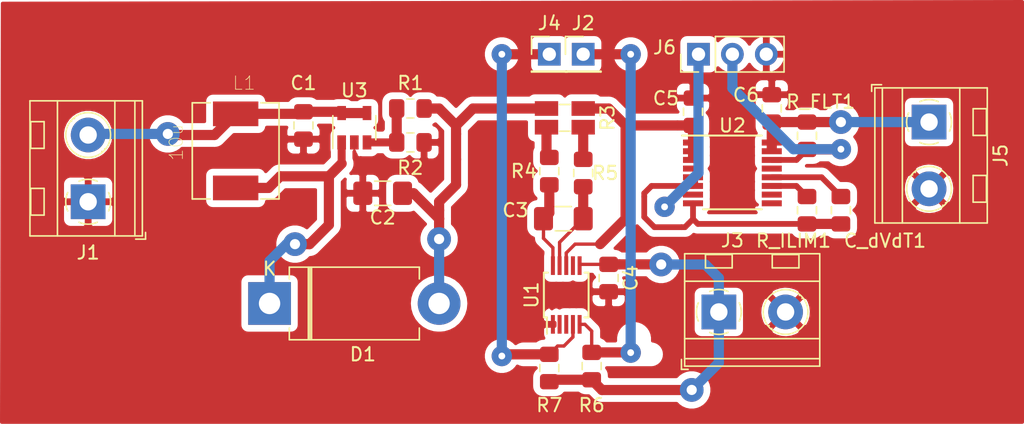
<source format=kicad_pcb>
(kicad_pcb (version 20171130) (host pcbnew "(5.0.2)-1")

  (general
    (thickness 1.6)
    (drawings 0)
    (tracks 137)
    (zones 0)
    (modules 27)
    (nets 22)
  )

  (page A4)
  (layers
    (0 F.Cu signal)
    (31 B.Cu signal)
    (32 B.Adhes user)
    (33 F.Adhes user)
    (34 B.Paste user)
    (35 F.Paste user)
    (36 B.SilkS user hide)
    (37 F.SilkS user)
    (38 B.Mask user)
    (39 F.Mask user hide)
    (40 Dwgs.User user)
    (41 Cmts.User user)
    (42 Eco1.User user)
    (43 Eco2.User user)
    (44 Edge.Cuts user)
    (45 Margin user)
    (46 B.CrtYd user)
    (47 F.CrtYd user)
    (48 B.Fab user)
    (49 F.Fab user)
  )

  (setup
    (last_trace_width 0.25)
    (user_trace_width 0.6)
    (user_trace_width 0.762)
    (trace_clearance 0.2)
    (zone_clearance 0.508)
    (zone_45_only no)
    (trace_min 0.2)
    (segment_width 0.2)
    (edge_width 0.15)
    (via_size 0.8)
    (via_drill 0.4)
    (via_min_size 0.4)
    (via_min_drill 0.3)
    (uvia_size 0.3)
    (uvia_drill 0.1)
    (uvias_allowed no)
    (uvia_min_size 0.2)
    (uvia_min_drill 0.1)
    (pcb_text_width 0.3)
    (pcb_text_size 1.5 1.5)
    (mod_edge_width 0.15)
    (mod_text_size 1 1)
    (mod_text_width 0.15)
    (pad_size 1.524 1.524)
    (pad_drill 0.762)
    (pad_to_mask_clearance 0.051)
    (solder_mask_min_width 0.25)
    (aux_axis_origin 0 0)
    (visible_elements 7FFDFFFF)
    (pcbplotparams
      (layerselection 0x010fc_ffffffff)
      (usegerberextensions false)
      (usegerberattributes false)
      (usegerberadvancedattributes false)
      (creategerberjobfile false)
      (excludeedgelayer true)
      (linewidth 0.100000)
      (plotframeref false)
      (viasonmask false)
      (mode 1)
      (useauxorigin false)
      (hpglpennumber 1)
      (hpglpenspeed 20)
      (hpglpendiameter 15.000000)
      (psnegative false)
      (psa4output false)
      (plotreference true)
      (plotvalue true)
      (plotinvisibletext false)
      (padsonsilk false)
      (subtractmaskfromsilk false)
      (outputformat 1)
      (mirror false)
      (drillshape 1)
      (scaleselection 1)
      (outputdirectory ""))
  )

  (net 0 "")
  (net 1 GND)
  (net 2 "Net-(C2-Pad1)")
  (net 3 "Net-(D1-Pad1)")
  (net 4 "Net-(R1-Pad2)")
  (net 5 +BATT)
  (net 6 +3V3)
  (net 7 "Net-(J6-Pad1)")
  (net 8 "Net-(J4-Pad1)")
  (net 9 "Net-(R3-Pad2)")
  (net 10 "Net-(C3-Pad1)")
  (net 11 "Net-(C3-Pad2)")
  (net 12 "Net-(R3-Pad3)")
  (net 13 "Net-(C5-Pad1)")
  (net 14 "Net-(C6-Pad2)")
  (net 15 "Net-(C_dVdT1-Pad2)")
  (net 16 "Net-(C_dVdT1-Pad1)")
  (net 17 "Net-(J2-Pad1)")
  (net 18 "Net-(J6-Pad2)")
  (net 19 "Net-(R_ILIM1-Pad1)")
  (net 20 "Net-(U1-Pad3)")
  (net 21 "Net-(U2-Pad10)")

  (net_class Default "This is the default net class."
    (clearance 0.2)
    (trace_width 0.25)
    (via_dia 0.8)
    (via_drill 0.4)
    (uvia_dia 0.3)
    (uvia_drill 0.1)
    (add_net +3V3)
    (add_net +BATT)
    (add_net GND)
    (add_net "Net-(C2-Pad1)")
    (add_net "Net-(C3-Pad1)")
    (add_net "Net-(C3-Pad2)")
    (add_net "Net-(C5-Pad1)")
    (add_net "Net-(C6-Pad2)")
    (add_net "Net-(C_dVdT1-Pad1)")
    (add_net "Net-(C_dVdT1-Pad2)")
    (add_net "Net-(D1-Pad1)")
    (add_net "Net-(J2-Pad1)")
    (add_net "Net-(J4-Pad1)")
    (add_net "Net-(J6-Pad1)")
    (add_net "Net-(J6-Pad2)")
    (add_net "Net-(R1-Pad2)")
    (add_net "Net-(R3-Pad2)")
    (add_net "Net-(R3-Pad3)")
    (add_net "Net-(R_ILIM1-Pad1)")
    (add_net "Net-(U1-Pad3)")
    (add_net "Net-(U2-Pad10)")
  )

  (module Capacitor_SMD:C_0805_2012Metric_Pad1.15x1.40mm_HandSolder (layer F.Cu) (tedit 5B36C52B) (tstamp 5CE591A3)
    (at 165.735 118.11 270)
    (descr "Capacitor SMD 0805 (2012 Metric), square (rectangular) end terminal, IPC_7351 nominal with elongated pad for handsoldering. (Body size source: https://docs.google.com/spreadsheets/d/1BsfQQcO9C6DZCsRaXUlFlo91Tg2WpOkGARC1WS5S8t0/edit?usp=sharing), generated with kicad-footprint-generator")
    (tags "capacitor handsolder")
    (path /5CABD8F1)
    (attr smd)
    (fp_text reference C4 (at 0 -1.65 270) (layer F.SilkS)
      (effects (font (size 1 1) (thickness 0.15)))
    )
    (fp_text value 0.1u (at 0 1.65 270) (layer F.Fab)
      (effects (font (size 1 1) (thickness 0.15)))
    )
    (fp_line (start -1 0.6) (end -1 -0.6) (layer F.Fab) (width 0.1))
    (fp_line (start -1 -0.6) (end 1 -0.6) (layer F.Fab) (width 0.1))
    (fp_line (start 1 -0.6) (end 1 0.6) (layer F.Fab) (width 0.1))
    (fp_line (start 1 0.6) (end -1 0.6) (layer F.Fab) (width 0.1))
    (fp_line (start -0.261252 -0.71) (end 0.261252 -0.71) (layer F.SilkS) (width 0.12))
    (fp_line (start -0.261252 0.71) (end 0.261252 0.71) (layer F.SilkS) (width 0.12))
    (fp_line (start -1.85 0.95) (end -1.85 -0.95) (layer F.CrtYd) (width 0.05))
    (fp_line (start -1.85 -0.95) (end 1.85 -0.95) (layer F.CrtYd) (width 0.05))
    (fp_line (start 1.85 -0.95) (end 1.85 0.95) (layer F.CrtYd) (width 0.05))
    (fp_line (start 1.85 0.95) (end -1.85 0.95) (layer F.CrtYd) (width 0.05))
    (fp_text user %R (at 0 0 270) (layer F.Fab)
      (effects (font (size 0.5 0.5) (thickness 0.08)))
    )
    (pad 1 smd roundrect (at -1.025 0 270) (size 1.15 1.4) (layers F.Cu F.Paste F.Mask) (roundrect_rratio 0.217391)
      (net 6 +3V3))
    (pad 2 smd roundrect (at 1.025 0 270) (size 1.15 1.4) (layers F.Cu F.Paste F.Mask) (roundrect_rratio 0.217391)
      (net 1 GND))
    (model ${KISYS3DMOD}/Capacitor_SMD.3dshapes/C_0805_2012Metric.wrl
      (at (xyz 0 0 0))
      (scale (xyz 1 1 1))
      (rotate (xyz 0 0 0))
    )
  )

  (module Capacitor_SMD:C_1206_3216Metric_Pad1.42x1.75mm_HandSolder (layer F.Cu) (tedit 5B301BBE) (tstamp 5CE59172)
    (at 162.3425 113.665 180)
    (descr "Capacitor SMD 1206 (3216 Metric), square (rectangular) end terminal, IPC_7351 nominal with elongated pad for handsoldering. (Body size source: http://www.tortai-tech.com/upload/download/2011102023233369053.pdf), generated with kicad-footprint-generator")
    (tags "capacitor handsolder")
    (path /5CAD0C0E)
    (attr smd)
    (fp_text reference C3 (at 3.5925 0.635 180) (layer F.SilkS)
      (effects (font (size 1 1) (thickness 0.15)))
    )
    (fp_text value 1u (at 0 1.82 180) (layer F.Fab)
      (effects (font (size 1 1) (thickness 0.15)))
    )
    (fp_line (start -1.6 0.8) (end -1.6 -0.8) (layer F.Fab) (width 0.1))
    (fp_line (start -1.6 -0.8) (end 1.6 -0.8) (layer F.Fab) (width 0.1))
    (fp_line (start 1.6 -0.8) (end 1.6 0.8) (layer F.Fab) (width 0.1))
    (fp_line (start 1.6 0.8) (end -1.6 0.8) (layer F.Fab) (width 0.1))
    (fp_line (start -0.602064 -0.91) (end 0.602064 -0.91) (layer F.SilkS) (width 0.12))
    (fp_line (start -0.602064 0.91) (end 0.602064 0.91) (layer F.SilkS) (width 0.12))
    (fp_line (start -2.45 1.12) (end -2.45 -1.12) (layer F.CrtYd) (width 0.05))
    (fp_line (start -2.45 -1.12) (end 2.45 -1.12) (layer F.CrtYd) (width 0.05))
    (fp_line (start 2.45 -1.12) (end 2.45 1.12) (layer F.CrtYd) (width 0.05))
    (fp_line (start 2.45 1.12) (end -2.45 1.12) (layer F.CrtYd) (width 0.05))
    (fp_text user %R (at 0 0 180) (layer F.Fab)
      (effects (font (size 0.8 0.8) (thickness 0.12)))
    )
    (pad 1 smd roundrect (at -1.4875 0 180) (size 1.425 1.75) (layers F.Cu F.Paste F.Mask) (roundrect_rratio 0.175439)
      (net 10 "Net-(C3-Pad1)"))
    (pad 2 smd roundrect (at 1.4875 0 180) (size 1.425 1.75) (layers F.Cu F.Paste F.Mask) (roundrect_rratio 0.175439)
      (net 11 "Net-(C3-Pad2)"))
    (model ${KISYS3DMOD}/Capacitor_SMD.3dshapes/C_1206_3216Metric.wrl
      (at (xyz 0 0 0))
      (scale (xyz 1 1 1))
      (rotate (xyz 0 0 0))
    )
  )

  (module Connector_PinHeader_2.54mm:PinHeader_1x01_P2.54mm_Vertical (layer F.Cu) (tedit 59FED5CC) (tstamp 5CE59161)
    (at 163.83 101.346)
    (descr "Through hole straight pin header, 1x01, 2.54mm pitch, single row")
    (tags "Through hole pin header THT 1x01 2.54mm single row")
    (path /5CAC353A)
    (fp_text reference J2 (at 0 -2.33) (layer F.SilkS)
      (effects (font (size 1 1) (thickness 0.15)))
    )
    (fp_text value SCL (at 0 2.33) (layer F.Fab)
      (effects (font (size 1 1) (thickness 0.15)))
    )
    (fp_text user %R (at 0 0 90) (layer F.Fab)
      (effects (font (size 1 1) (thickness 0.15)))
    )
    (fp_line (start 1.8 -1.8) (end -1.8 -1.8) (layer F.CrtYd) (width 0.05))
    (fp_line (start 1.8 1.8) (end 1.8 -1.8) (layer F.CrtYd) (width 0.05))
    (fp_line (start -1.8 1.8) (end 1.8 1.8) (layer F.CrtYd) (width 0.05))
    (fp_line (start -1.8 -1.8) (end -1.8 1.8) (layer F.CrtYd) (width 0.05))
    (fp_line (start -1.33 -1.33) (end 0 -1.33) (layer F.SilkS) (width 0.12))
    (fp_line (start -1.33 0) (end -1.33 -1.33) (layer F.SilkS) (width 0.12))
    (fp_line (start -1.33 1.27) (end 1.33 1.27) (layer F.SilkS) (width 0.12))
    (fp_line (start 1.33 1.27) (end 1.33 1.33) (layer F.SilkS) (width 0.12))
    (fp_line (start -1.33 1.27) (end -1.33 1.33) (layer F.SilkS) (width 0.12))
    (fp_line (start -1.33 1.33) (end 1.33 1.33) (layer F.SilkS) (width 0.12))
    (fp_line (start -1.27 -0.635) (end -0.635 -1.27) (layer F.Fab) (width 0.1))
    (fp_line (start -1.27 1.27) (end -1.27 -0.635) (layer F.Fab) (width 0.1))
    (fp_line (start 1.27 1.27) (end -1.27 1.27) (layer F.Fab) (width 0.1))
    (fp_line (start 1.27 -1.27) (end 1.27 1.27) (layer F.Fab) (width 0.1))
    (fp_line (start -0.635 -1.27) (end 1.27 -1.27) (layer F.Fab) (width 0.1))
    (pad 1 thru_hole rect (at 0 0) (size 1.7 1.7) (drill 1) (layers *.Cu *.Mask)
      (net 17 "Net-(J2-Pad1)"))
    (model ${KISYS3DMOD}/Connector_PinHeader_2.54mm.3dshapes/PinHeader_1x01_P2.54mm_Vertical.wrl
      (at (xyz 0 0 0))
      (scale (xyz 1 1 1))
      (rotate (xyz 0 0 0))
    )
  )

  (module Connector_PinHeader_2.54mm:PinHeader_1x01_P2.54mm_Vertical (layer F.Cu) (tedit 59FED5CC) (tstamp 5CE5914C)
    (at 161.29 101.346)
    (descr "Through hole straight pin header, 1x01, 2.54mm pitch, single row")
    (tags "Through hole pin header THT 1x01 2.54mm single row")
    (path /5CAC0ED6)
    (fp_text reference J4 (at 0 -2.33) (layer F.SilkS)
      (effects (font (size 1 1) (thickness 0.15)))
    )
    (fp_text value SDA (at 0 2.33) (layer F.Fab)
      (effects (font (size 1 1) (thickness 0.15)))
    )
    (fp_line (start -0.635 -1.27) (end 1.27 -1.27) (layer F.Fab) (width 0.1))
    (fp_line (start 1.27 -1.27) (end 1.27 1.27) (layer F.Fab) (width 0.1))
    (fp_line (start 1.27 1.27) (end -1.27 1.27) (layer F.Fab) (width 0.1))
    (fp_line (start -1.27 1.27) (end -1.27 -0.635) (layer F.Fab) (width 0.1))
    (fp_line (start -1.27 -0.635) (end -0.635 -1.27) (layer F.Fab) (width 0.1))
    (fp_line (start -1.33 1.33) (end 1.33 1.33) (layer F.SilkS) (width 0.12))
    (fp_line (start -1.33 1.27) (end -1.33 1.33) (layer F.SilkS) (width 0.12))
    (fp_line (start 1.33 1.27) (end 1.33 1.33) (layer F.SilkS) (width 0.12))
    (fp_line (start -1.33 1.27) (end 1.33 1.27) (layer F.SilkS) (width 0.12))
    (fp_line (start -1.33 0) (end -1.33 -1.33) (layer F.SilkS) (width 0.12))
    (fp_line (start -1.33 -1.33) (end 0 -1.33) (layer F.SilkS) (width 0.12))
    (fp_line (start -1.8 -1.8) (end -1.8 1.8) (layer F.CrtYd) (width 0.05))
    (fp_line (start -1.8 1.8) (end 1.8 1.8) (layer F.CrtYd) (width 0.05))
    (fp_line (start 1.8 1.8) (end 1.8 -1.8) (layer F.CrtYd) (width 0.05))
    (fp_line (start 1.8 -1.8) (end -1.8 -1.8) (layer F.CrtYd) (width 0.05))
    (fp_text user %R (at 0 0 90) (layer F.Fab)
      (effects (font (size 1 1) (thickness 0.15)))
    )
    (pad 1 thru_hole rect (at 0 0) (size 1.7 1.7) (drill 1) (layers *.Cu *.Mask)
      (net 8 "Net-(J4-Pad1)"))
    (model ${KISYS3DMOD}/Connector_PinHeader_2.54mm.3dshapes/PinHeader_1x01_P2.54mm_Vertical.wrl
      (at (xyz 0 0 0))
      (scale (xyz 1 1 1))
      (rotate (xyz 0 0 0))
    )
  )

  (module "Custom Shunt Resistor LVK12:R_Shunt_Ohmite_LVK12" (layer F.Cu) (tedit 5C748F87) (tstamp 5CE59137)
    (at 162.455 106.11 270)
    (descr "4 contact shunt resistor")
    (tags "shunt resistor 4 contacts")
    (path /5CABD997)
    (attr smd)
    (fp_text reference R3 (at 0 -3.2 90) (layer F.SilkS)
      (effects (font (size 1 1) (thickness 0.15)))
    )
    (fp_text value 39m (at 0 3.4 270) (layer F.Fab)
      (effects (font (size 1 1) (thickness 0.15)))
    )
    (fp_line (start 1 -0.4) (end 1 0.4) (layer F.SilkS) (width 0.12))
    (fp_line (start -1 0.4) (end -1 -0.4) (layer F.SilkS) (width 0.12))
    (fp_line (start -1.5 -2.5) (end 1.5 -2.5) (layer F.CrtYd) (width 0.05))
    (fp_line (start 1.5 -2.5) (end 1.5 2.5) (layer F.CrtYd) (width 0.05))
    (fp_line (start 1.5 2.5) (end -1.5 2.5) (layer F.CrtYd) (width 0.05))
    (fp_line (start -1.5 2.5) (end -1.5 -2.5) (layer F.CrtYd) (width 0.05))
    (fp_text user %R (at 0.1 0) (layer F.Fab)
      (effects (font (size 0.6 0.6) (thickness 0.1)))
    )
    (fp_line (start -0.8 1.6) (end 0.8 1.6) (layer F.Fab) (width 0.1))
    (fp_line (start 0.8 1.6) (end 0.8 -1.6) (layer F.Fab) (width 0.1))
    (fp_line (start 0.8 -1.6) (end -0.8 -1.6) (layer F.Fab) (width 0.1))
    (fp_line (start -0.8 -1.6) (end -0.8 1.6) (layer F.Fab) (width 0.1))
    (pad 1 smd rect (at -0.7 -1.375 270) (size 1.1 1.75) (layers F.Cu F.Paste F.Mask)
      (net 13 "Net-(C5-Pad1)"))
    (pad 2 smd rect (at 0.7 -1.375 270) (size 1.1 1.75) (layers F.Cu F.Paste F.Mask)
      (net 9 "Net-(R3-Pad2)"))
    (pad 4 smd rect (at -0.7 1.375 270) (size 1.1 1.75) (layers F.Cu F.Paste F.Mask)
      (net 2 "Net-(C2-Pad1)") (die_length 2))
    (pad 3 smd rect (at 0.7 1.375 270) (size 1.1 1.75) (layers F.Cu F.Paste F.Mask)
      (net 12 "Net-(R3-Pad3)"))
    (model ${KISYS3DMOD}/Resistor_SMD.3dshapes/R_Shunt_Ohmite_LVK12.wrl
      (at (xyz 0 0 0))
      (scale (xyz 1 1 1))
      (rotate (xyz 0 0 0))
    )
  )

  (module Resistor_SMD:R_0805_2012Metric_Pad1.15x1.40mm_HandSolder (layer F.Cu) (tedit 5B36C52B) (tstamp 5CE59061)
    (at 161.29 110.1 270)
    (descr "Resistor SMD 0805 (2012 Metric), square (rectangular) end terminal, IPC_7351 nominal with elongated pad for handsoldering. (Body size source: https://docs.google.com/spreadsheets/d/1BsfQQcO9C6DZCsRaXUlFlo91Tg2WpOkGARC1WS5S8t0/edit?usp=sharing), generated with kicad-footprint-generator")
    (tags "resistor handsolder")
    (path /5CAD0E1F)
    (attr smd)
    (fp_text reference R4 (at 0 1.905) (layer F.SilkS)
      (effects (font (size 1 1) (thickness 0.15)))
    )
    (fp_text value 6.8 (at 0 1.65 270) (layer F.Fab)
      (effects (font (size 1 1) (thickness 0.15)))
    )
    (fp_text user %R (at 0 0 270) (layer F.Fab)
      (effects (font (size 0.5 0.5) (thickness 0.08)))
    )
    (fp_line (start 1.85 0.95) (end -1.85 0.95) (layer F.CrtYd) (width 0.05))
    (fp_line (start 1.85 -0.95) (end 1.85 0.95) (layer F.CrtYd) (width 0.05))
    (fp_line (start -1.85 -0.95) (end 1.85 -0.95) (layer F.CrtYd) (width 0.05))
    (fp_line (start -1.85 0.95) (end -1.85 -0.95) (layer F.CrtYd) (width 0.05))
    (fp_line (start -0.261252 0.71) (end 0.261252 0.71) (layer F.SilkS) (width 0.12))
    (fp_line (start -0.261252 -0.71) (end 0.261252 -0.71) (layer F.SilkS) (width 0.12))
    (fp_line (start 1 0.6) (end -1 0.6) (layer F.Fab) (width 0.1))
    (fp_line (start 1 -0.6) (end 1 0.6) (layer F.Fab) (width 0.1))
    (fp_line (start -1 -0.6) (end 1 -0.6) (layer F.Fab) (width 0.1))
    (fp_line (start -1 0.6) (end -1 -0.6) (layer F.Fab) (width 0.1))
    (pad 2 smd roundrect (at 1.025 0 270) (size 1.15 1.4) (layers F.Cu F.Paste F.Mask) (roundrect_rratio 0.217391)
      (net 11 "Net-(C3-Pad2)"))
    (pad 1 smd roundrect (at -1.025 0 270) (size 1.15 1.4) (layers F.Cu F.Paste F.Mask) (roundrect_rratio 0.217391)
      (net 12 "Net-(R3-Pad3)"))
    (model ${KISYS3DMOD}/Resistor_SMD.3dshapes/R_0805_2012Metric.wrl
      (at (xyz 0 0 0))
      (scale (xyz 1 1 1))
      (rotate (xyz 0 0 0))
    )
  )

  (module Resistor_SMD:R_0805_2012Metric_Pad1.15x1.40mm_HandSolder (layer F.Cu) (tedit 5B36C52B) (tstamp 5CE59050)
    (at 163.83 110.245 270)
    (descr "Resistor SMD 0805 (2012 Metric), square (rectangular) end terminal, IPC_7351 nominal with elongated pad for handsoldering. (Body size source: https://docs.google.com/spreadsheets/d/1BsfQQcO9C6DZCsRaXUlFlo91Tg2WpOkGARC1WS5S8t0/edit?usp=sharing), generated with kicad-footprint-generator")
    (tags "resistor handsolder")
    (path /5CAD0E71)
    (attr smd)
    (fp_text reference R5 (at 0 -1.65) (layer F.SilkS)
      (effects (font (size 1 1) (thickness 0.15)))
    )
    (fp_text value 6.8 (at 0 1.65 270) (layer F.Fab)
      (effects (font (size 1 1) (thickness 0.15)))
    )
    (fp_line (start -1 0.6) (end -1 -0.6) (layer F.Fab) (width 0.1))
    (fp_line (start -1 -0.6) (end 1 -0.6) (layer F.Fab) (width 0.1))
    (fp_line (start 1 -0.6) (end 1 0.6) (layer F.Fab) (width 0.1))
    (fp_line (start 1 0.6) (end -1 0.6) (layer F.Fab) (width 0.1))
    (fp_line (start -0.261252 -0.71) (end 0.261252 -0.71) (layer F.SilkS) (width 0.12))
    (fp_line (start -0.261252 0.71) (end 0.261252 0.71) (layer F.SilkS) (width 0.12))
    (fp_line (start -1.85 0.95) (end -1.85 -0.95) (layer F.CrtYd) (width 0.05))
    (fp_line (start -1.85 -0.95) (end 1.85 -0.95) (layer F.CrtYd) (width 0.05))
    (fp_line (start 1.85 -0.95) (end 1.85 0.95) (layer F.CrtYd) (width 0.05))
    (fp_line (start 1.85 0.95) (end -1.85 0.95) (layer F.CrtYd) (width 0.05))
    (fp_text user %R (at 0 0 270) (layer F.Fab)
      (effects (font (size 0.5 0.5) (thickness 0.08)))
    )
    (pad 1 smd roundrect (at -1.025 0 270) (size 1.15 1.4) (layers F.Cu F.Paste F.Mask) (roundrect_rratio 0.217391)
      (net 9 "Net-(R3-Pad2)"))
    (pad 2 smd roundrect (at 1.025 0 270) (size 1.15 1.4) (layers F.Cu F.Paste F.Mask) (roundrect_rratio 0.217391)
      (net 10 "Net-(C3-Pad1)"))
    (model ${KISYS3DMOD}/Resistor_SMD.3dshapes/R_0805_2012Metric.wrl
      (at (xyz 0 0 0))
      (scale (xyz 1 1 1))
      (rotate (xyz 0 0 0))
    )
  )

  (module Resistor_SMD:R_0805_2012Metric_Pad1.15x1.40mm_HandSolder (layer F.Cu) (tedit 5B36C52B) (tstamp 5CE5903F)
    (at 164.465 124.705 90)
    (descr "Resistor SMD 0805 (2012 Metric), square (rectangular) end terminal, IPC_7351 nominal with elongated pad for handsoldering. (Body size source: https://docs.google.com/spreadsheets/d/1BsfQQcO9C6DZCsRaXUlFlo91Tg2WpOkGARC1WS5S8t0/edit?usp=sharing), generated with kicad-footprint-generator")
    (tags "resistor handsolder")
    (path /5CABDA87)
    (attr smd)
    (fp_text reference R6 (at -2.93 0 180) (layer F.SilkS)
      (effects (font (size 1 1) (thickness 0.15)))
    )
    (fp_text value 20k (at 0 1.65 90) (layer F.Fab)
      (effects (font (size 1 1) (thickness 0.15)))
    )
    (fp_text user %R (at 0 0 90) (layer F.Fab)
      (effects (font (size 0.5 0.5) (thickness 0.08)))
    )
    (fp_line (start 1.85 0.95) (end -1.85 0.95) (layer F.CrtYd) (width 0.05))
    (fp_line (start 1.85 -0.95) (end 1.85 0.95) (layer F.CrtYd) (width 0.05))
    (fp_line (start -1.85 -0.95) (end 1.85 -0.95) (layer F.CrtYd) (width 0.05))
    (fp_line (start -1.85 0.95) (end -1.85 -0.95) (layer F.CrtYd) (width 0.05))
    (fp_line (start -0.261252 0.71) (end 0.261252 0.71) (layer F.SilkS) (width 0.12))
    (fp_line (start -0.261252 -0.71) (end 0.261252 -0.71) (layer F.SilkS) (width 0.12))
    (fp_line (start 1 0.6) (end -1 0.6) (layer F.Fab) (width 0.1))
    (fp_line (start 1 -0.6) (end 1 0.6) (layer F.Fab) (width 0.1))
    (fp_line (start -1 -0.6) (end 1 -0.6) (layer F.Fab) (width 0.1))
    (fp_line (start -1 0.6) (end -1 -0.6) (layer F.Fab) (width 0.1))
    (pad 2 smd roundrect (at 1.025 0 90) (size 1.15 1.4) (layers F.Cu F.Paste F.Mask) (roundrect_rratio 0.217391)
      (net 17 "Net-(J2-Pad1)"))
    (pad 1 smd roundrect (at -1.025 0 90) (size 1.15 1.4) (layers F.Cu F.Paste F.Mask) (roundrect_rratio 0.217391)
      (net 6 +3V3))
    (model ${KISYS3DMOD}/Resistor_SMD.3dshapes/R_0805_2012Metric.wrl
      (at (xyz 0 0 0))
      (scale (xyz 1 1 1))
      (rotate (xyz 0 0 0))
    )
  )

  (module Resistor_SMD:R_0805_2012Metric_Pad1.15x1.40mm_HandSolder (layer F.Cu) (tedit 5B36C52B) (tstamp 5CE5902E)
    (at 161.29 124.85 270)
    (descr "Resistor SMD 0805 (2012 Metric), square (rectangular) end terminal, IPC_7351 nominal with elongated pad for handsoldering. (Body size source: https://docs.google.com/spreadsheets/d/1BsfQQcO9C6DZCsRaXUlFlo91Tg2WpOkGARC1WS5S8t0/edit?usp=sharing), generated with kicad-footprint-generator")
    (tags "resistor handsolder")
    (path /5CABDA2B)
    (attr smd)
    (fp_text reference R7 (at 2.785 0) (layer F.SilkS)
      (effects (font (size 1 1) (thickness 0.15)))
    )
    (fp_text value 20k (at 0 1.65 270) (layer F.Fab)
      (effects (font (size 1 1) (thickness 0.15)))
    )
    (fp_line (start -1 0.6) (end -1 -0.6) (layer F.Fab) (width 0.1))
    (fp_line (start -1 -0.6) (end 1 -0.6) (layer F.Fab) (width 0.1))
    (fp_line (start 1 -0.6) (end 1 0.6) (layer F.Fab) (width 0.1))
    (fp_line (start 1 0.6) (end -1 0.6) (layer F.Fab) (width 0.1))
    (fp_line (start -0.261252 -0.71) (end 0.261252 -0.71) (layer F.SilkS) (width 0.12))
    (fp_line (start -0.261252 0.71) (end 0.261252 0.71) (layer F.SilkS) (width 0.12))
    (fp_line (start -1.85 0.95) (end -1.85 -0.95) (layer F.CrtYd) (width 0.05))
    (fp_line (start -1.85 -0.95) (end 1.85 -0.95) (layer F.CrtYd) (width 0.05))
    (fp_line (start 1.85 -0.95) (end 1.85 0.95) (layer F.CrtYd) (width 0.05))
    (fp_line (start 1.85 0.95) (end -1.85 0.95) (layer F.CrtYd) (width 0.05))
    (fp_text user %R (at 0 0 270) (layer F.Fab)
      (effects (font (size 0.5 0.5) (thickness 0.08)))
    )
    (pad 1 smd roundrect (at -1.025 0 270) (size 1.15 1.4) (layers F.Cu F.Paste F.Mask) (roundrect_rratio 0.217391)
      (net 8 "Net-(J4-Pad1)"))
    (pad 2 smd roundrect (at 1.025 0 270) (size 1.15 1.4) (layers F.Cu F.Paste F.Mask) (roundrect_rratio 0.217391)
      (net 6 +3V3))
    (model ${KISYS3DMOD}/Resistor_SMD.3dshapes/R_0805_2012Metric.wrl
      (at (xyz 0 0 0))
      (scale (xyz 1 1 1))
      (rotate (xyz 0 0 0))
    )
  )

  (module TerminalBlock_MetzConnect:TerminalBlock_MetzConnect_Type094_RT03502HBLU_1x02_P5.00mm_Horizontal (layer F.Cu) (tedit 5B294E9C) (tstamp 5CE58F46)
    (at 173.99 120.65)
    (descr "terminal block Metz Connect Type094_RT03502HBLU, 2 pins, pitch 5mm, size 10x8.3mm^2, drill diamater 1.3mm, pad diameter 2.6mm, see http://www.metz-connect.com/ru/system/files/productfiles/Data_sheet_310941_RT035xxHBLU_OFF-022742T.pdf, script-generated using https://github.com/pointhi/kicad-footprint-generator/scripts/TerminalBlock_MetzConnect")
    (tags "THT terminal block Metz Connect Type094_RT03502HBLU pitch 5mm size 10x8.3mm^2 drill 1.3mm pad 2.6mm")
    (path /5CB65F56)
    (fp_text reference J3 (at 1.016 -5.36) (layer F.SilkS)
      (effects (font (size 1 1) (thickness 0.15)))
    )
    (fp_text value "Supply Voltage" (at 2.5 5.06) (layer F.Fab)
      (effects (font (size 1 1) (thickness 0.15)))
    )
    (fp_arc (start 0 0) (end 0 1.68) (angle -24) (layer F.SilkS) (width 0.12))
    (fp_arc (start 0 0) (end 1.535 0.684) (angle -48) (layer F.SilkS) (width 0.12))
    (fp_arc (start 0 0) (end 0.684 -1.535) (angle -48) (layer F.SilkS) (width 0.12))
    (fp_arc (start 0 0) (end -1.535 -0.684) (angle -48) (layer F.SilkS) (width 0.12))
    (fp_arc (start 0 0) (end -0.684 1.535) (angle -25) (layer F.SilkS) (width 0.12))
    (fp_circle (center 0 0) (end 1.5 0) (layer F.Fab) (width 0.1))
    (fp_circle (center 5 0) (end 6.5 0) (layer F.Fab) (width 0.1))
    (fp_circle (center 5 0) (end 6.68 0) (layer F.SilkS) (width 0.12))
    (fp_line (start -2.5 -4.3) (end 7.5 -4.3) (layer F.Fab) (width 0.1))
    (fp_line (start 7.5 -4.3) (end 7.5 4) (layer F.Fab) (width 0.1))
    (fp_line (start 7.5 4) (end -2 4) (layer F.Fab) (width 0.1))
    (fp_line (start -2 4) (end -2.5 3.5) (layer F.Fab) (width 0.1))
    (fp_line (start -2.5 3.5) (end -2.5 -4.3) (layer F.Fab) (width 0.1))
    (fp_line (start -2.5 3.5) (end 7.5 3.5) (layer F.Fab) (width 0.1))
    (fp_line (start -2.56 3.5) (end 7.56 3.5) (layer F.SilkS) (width 0.12))
    (fp_line (start -2.5 2) (end 7.5 2) (layer F.Fab) (width 0.1))
    (fp_line (start -2.56 2) (end 7.56 2) (layer F.SilkS) (width 0.12))
    (fp_line (start -2.5 -2.3) (end 7.5 -2.3) (layer F.Fab) (width 0.1))
    (fp_line (start -2.56 -2.301) (end 7.56 -2.301) (layer F.SilkS) (width 0.12))
    (fp_line (start -2.56 -4.36) (end 7.56 -4.36) (layer F.SilkS) (width 0.12))
    (fp_line (start -2.56 4.06) (end 7.56 4.06) (layer F.SilkS) (width 0.12))
    (fp_line (start -2.56 -4.36) (end -2.56 4.06) (layer F.SilkS) (width 0.12))
    (fp_line (start 7.56 -4.36) (end 7.56 4.06) (layer F.SilkS) (width 0.12))
    (fp_line (start 1.138 -0.955) (end -0.955 1.138) (layer F.Fab) (width 0.1))
    (fp_line (start 0.955 -1.138) (end -1.138 0.955) (layer F.Fab) (width 0.1))
    (fp_line (start -1 -4.3) (end -1 -3.3) (layer F.Fab) (width 0.1))
    (fp_line (start -1 -3.3) (end 1 -3.3) (layer F.Fab) (width 0.1))
    (fp_line (start 1 -3.3) (end 1 -4.3) (layer F.Fab) (width 0.1))
    (fp_line (start 1 -4.3) (end -1 -4.3) (layer F.Fab) (width 0.1))
    (fp_line (start -1 -4.3) (end 1 -4.3) (layer F.SilkS) (width 0.12))
    (fp_line (start -1 -3.3) (end 1 -3.3) (layer F.SilkS) (width 0.12))
    (fp_line (start -1 -4.3) (end -1 -3.3) (layer F.SilkS) (width 0.12))
    (fp_line (start 1 -4.3) (end 1 -3.3) (layer F.SilkS) (width 0.12))
    (fp_line (start 6.138 -0.955) (end 4.046 1.138) (layer F.Fab) (width 0.1))
    (fp_line (start 5.955 -1.138) (end 3.863 0.955) (layer F.Fab) (width 0.1))
    (fp_line (start 6.275 -1.069) (end 6.228 -1.023) (layer F.SilkS) (width 0.12))
    (fp_line (start 3.966 1.239) (end 3.931 1.274) (layer F.SilkS) (width 0.12))
    (fp_line (start 6.07 -1.275) (end 6.035 -1.239) (layer F.SilkS) (width 0.12))
    (fp_line (start 3.773 1.023) (end 3.726 1.069) (layer F.SilkS) (width 0.12))
    (fp_line (start 4 -4.3) (end 4 -3.3) (layer F.Fab) (width 0.1))
    (fp_line (start 4 -3.3) (end 6 -3.3) (layer F.Fab) (width 0.1))
    (fp_line (start 6 -3.3) (end 6 -4.3) (layer F.Fab) (width 0.1))
    (fp_line (start 6 -4.3) (end 4 -4.3) (layer F.Fab) (width 0.1))
    (fp_line (start 4 -4.3) (end 6 -4.3) (layer F.SilkS) (width 0.12))
    (fp_line (start 4 -3.3) (end 6 -3.3) (layer F.SilkS) (width 0.12))
    (fp_line (start 4 -4.3) (end 4 -3.3) (layer F.SilkS) (width 0.12))
    (fp_line (start 6 -4.3) (end 6 -3.3) (layer F.SilkS) (width 0.12))
    (fp_line (start -2.8 3.56) (end -2.8 4.3) (layer F.SilkS) (width 0.12))
    (fp_line (start -2.8 4.3) (end -2.3 4.3) (layer F.SilkS) (width 0.12))
    (fp_line (start -3 -4.81) (end -3 4.5) (layer F.CrtYd) (width 0.05))
    (fp_line (start -3 4.5) (end 8 4.5) (layer F.CrtYd) (width 0.05))
    (fp_line (start 8 4.5) (end 8 -4.81) (layer F.CrtYd) (width 0.05))
    (fp_line (start 8 -4.81) (end -3 -4.81) (layer F.CrtYd) (width 0.05))
    (fp_text user %R (at 2.5 2.75) (layer F.Fab)
      (effects (font (size 1 1) (thickness 0.15)))
    )
    (pad 1 thru_hole rect (at 0 0) (size 2.6 2.6) (drill 1.3) (layers *.Cu *.Mask)
      (net 6 +3V3))
    (pad 2 thru_hole circle (at 5 0) (size 2.6 2.6) (drill 1.3) (layers *.Cu *.Mask)
      (net 1 GND))
    (model ${KISYS3DMOD}/TerminalBlock_MetzConnect.3dshapes/TerminalBlock_MetzConnect_Type094_RT03502HBLU_1x02_P5.00mm_Horizontal.wrl
      (at (xyz 0 0 0))
      (scale (xyz 1 1 1))
      (rotate (xyz 0 0 0))
    )
  )

  (module Capacitor_SMD:C_0805_2012Metric_Pad1.15x1.40mm_HandSolder (layer F.Cu) (tedit 5B36C52B) (tstamp 5CE1E7F8)
    (at 142.875 106.68 270)
    (descr "Capacitor SMD 0805 (2012 Metric), square (rectangular) end terminal, IPC_7351 nominal with elongated pad for handsoldering. (Body size source: https://docs.google.com/spreadsheets/d/1BsfQQcO9C6DZCsRaXUlFlo91Tg2WpOkGARC1WS5S8t0/edit?usp=sharing), generated with kicad-footprint-generator")
    (tags "capacitor handsolder")
    (path /5CD8380F)
    (attr smd)
    (fp_text reference C1 (at -3.175 0) (layer F.SilkS)
      (effects (font (size 1 1) (thickness 0.15)))
    )
    (fp_text value 10u (at 0 1.65 270) (layer F.Fab)
      (effects (font (size 1 1) (thickness 0.15)))
    )
    (fp_line (start -1 0.6) (end -1 -0.6) (layer F.Fab) (width 0.1))
    (fp_line (start -1 -0.6) (end 1 -0.6) (layer F.Fab) (width 0.1))
    (fp_line (start 1 -0.6) (end 1 0.6) (layer F.Fab) (width 0.1))
    (fp_line (start 1 0.6) (end -1 0.6) (layer F.Fab) (width 0.1))
    (fp_line (start -0.261252 -0.71) (end 0.261252 -0.71) (layer F.SilkS) (width 0.12))
    (fp_line (start -0.261252 0.71) (end 0.261252 0.71) (layer F.SilkS) (width 0.12))
    (fp_line (start -1.85 0.95) (end -1.85 -0.95) (layer F.CrtYd) (width 0.05))
    (fp_line (start -1.85 -0.95) (end 1.85 -0.95) (layer F.CrtYd) (width 0.05))
    (fp_line (start 1.85 -0.95) (end 1.85 0.95) (layer F.CrtYd) (width 0.05))
    (fp_line (start 1.85 0.95) (end -1.85 0.95) (layer F.CrtYd) (width 0.05))
    (fp_text user %R (at 0 0 270) (layer F.Fab)
      (effects (font (size 0.5 0.5) (thickness 0.08)))
    )
    (pad 1 smd roundrect (at -1.025 0 270) (size 1.15 1.4) (layers F.Cu F.Paste F.Mask) (roundrect_rratio 0.217391)
      (net 5 +BATT))
    (pad 2 smd roundrect (at 1.025 0 270) (size 1.15 1.4) (layers F.Cu F.Paste F.Mask) (roundrect_rratio 0.217391)
      (net 1 GND))
    (model ${KISYS3DMOD}/Capacitor_SMD.3dshapes/C_0805_2012Metric.wrl
      (at (xyz 0 0 0))
      (scale (xyz 1 1 1))
      (rotate (xyz 0 0 0))
    )
  )

  (module SRP6540-100M:IND_SRP6540-100M (layer F.Cu) (tedit 0) (tstamp 5CE1E911)
    (at 137.795 108.585 270)
    (path /5CD83277)
    (attr smd)
    (fp_text reference L1 (at -5.08 -0.635) (layer F.SilkS)
      (effects (font (size 1.00106 1.00106) (thickness 0.05)))
    )
    (fp_text value 10u (at -0.63603 4.45221 270) (layer F.SilkS)
      (effects (font (size 1.00162 1.00162) (thickness 0.05)))
    )
    (fp_line (start -3.6 -3.25) (end 3.6 -3.25) (layer Eco2.User) (width 0.127))
    (fp_line (start 3.6 -3.25) (end 3.6 3.25) (layer Eco2.User) (width 0.127))
    (fp_line (start 3.6 3.25) (end -3.6 3.25) (layer Eco2.User) (width 0.127))
    (fp_line (start -3.6 3.25) (end -3.6 -3.25) (layer Eco2.User) (width 0.127))
    (fp_line (start -3.6 -3.25) (end 3.6 -3.25) (layer F.SilkS) (width 0.127))
    (fp_line (start 3.6 -3.25) (end 3.6 -1.9) (layer F.SilkS) (width 0.127))
    (fp_line (start 3.6 1.9) (end 3.6 3.25) (layer F.SilkS) (width 0.127))
    (fp_line (start 3.6 3.25) (end -3.6 3.25) (layer F.SilkS) (width 0.127))
    (fp_line (start -3.6 3.25) (end -3.6 1.9) (layer F.SilkS) (width 0.127))
    (fp_line (start -3.6 -1.9) (end -3.6 -3.25) (layer F.SilkS) (width 0.127))
    (fp_line (start -3.95 -3.5) (end 3.95 -3.5) (layer Eco1.User) (width 0.05))
    (fp_line (start 3.95 -3.5) (end 3.95 3.5) (layer Eco1.User) (width 0.05))
    (fp_line (start 3.95 3.5) (end -3.95 3.5) (layer Eco1.User) (width 0.05))
    (fp_line (start -3.95 3.5) (end -3.95 -3.5) (layer Eco1.User) (width 0.05))
    (pad 1 smd rect (at -2.775 0 270) (size 1.85 3.4) (layers F.Cu F.Paste F.Mask)
      (net 5 +BATT))
    (pad 2 smd rect (at 2.775 0 270) (size 1.85 3.4) (layers F.Cu F.Paste F.Mask)
      (net 3 "Net-(D1-Pad1)"))
  )

  (module Capacitor_SMD:C_1206_3216Metric_Pad1.42x1.75mm_HandSolder (layer F.Cu) (tedit 5B301BBE) (tstamp 5CE1E809)
    (at 148.8075 111.76 180)
    (descr "Capacitor SMD 1206 (3216 Metric), square (rectangular) end terminal, IPC_7351 nominal with elongated pad for handsoldering. (Body size source: http://www.tortai-tech.com/upload/download/2011102023233369053.pdf), generated with kicad-footprint-generator")
    (tags "capacitor handsolder")
    (path /5CD839ED)
    (attr smd)
    (fp_text reference C2 (at 0 -1.82 180) (layer F.SilkS)
      (effects (font (size 1 1) (thickness 0.15)))
    )
    (fp_text value 47u (at 0 1.82 180) (layer F.Fab)
      (effects (font (size 1 1) (thickness 0.15)))
    )
    (fp_text user %R (at 0 0 180) (layer F.Fab)
      (effects (font (size 0.8 0.8) (thickness 0.12)))
    )
    (fp_line (start 2.45 1.12) (end -2.45 1.12) (layer F.CrtYd) (width 0.05))
    (fp_line (start 2.45 -1.12) (end 2.45 1.12) (layer F.CrtYd) (width 0.05))
    (fp_line (start -2.45 -1.12) (end 2.45 -1.12) (layer F.CrtYd) (width 0.05))
    (fp_line (start -2.45 1.12) (end -2.45 -1.12) (layer F.CrtYd) (width 0.05))
    (fp_line (start -0.602064 0.91) (end 0.602064 0.91) (layer F.SilkS) (width 0.12))
    (fp_line (start -0.602064 -0.91) (end 0.602064 -0.91) (layer F.SilkS) (width 0.12))
    (fp_line (start 1.6 0.8) (end -1.6 0.8) (layer F.Fab) (width 0.1))
    (fp_line (start 1.6 -0.8) (end 1.6 0.8) (layer F.Fab) (width 0.1))
    (fp_line (start -1.6 -0.8) (end 1.6 -0.8) (layer F.Fab) (width 0.1))
    (fp_line (start -1.6 0.8) (end -1.6 -0.8) (layer F.Fab) (width 0.1))
    (pad 2 smd roundrect (at 1.4875 0 180) (size 1.425 1.75) (layers F.Cu F.Paste F.Mask) (roundrect_rratio 0.175439)
      (net 1 GND))
    (pad 1 smd roundrect (at -1.4875 0 180) (size 1.425 1.75) (layers F.Cu F.Paste F.Mask) (roundrect_rratio 0.175439)
      (net 2 "Net-(C2-Pad1)"))
    (model ${KISYS3DMOD}/Capacitor_SMD.3dshapes/C_1206_3216Metric.wrl
      (at (xyz 0 0 0))
      (scale (xyz 1 1 1))
      (rotate (xyz 0 0 0))
    )
  )

  (module Diode_THT:D_DO-201AD_P12.70mm_Horizontal (layer F.Cu) (tedit 5AE50CD5) (tstamp 5CE1E85B)
    (at 140.335 120.015)
    (descr "Diode, DO-201AD series, Axial, Horizontal, pin pitch=12.7mm, , length*diameter=9.5*5.2mm^2, , http://www.diodes.com/_files/packages/DO-201AD.pdf")
    (tags "Diode DO-201AD series Axial Horizontal pin pitch 12.7mm  length 9.5mm diameter 5.2mm")
    (path /5C80B68A)
    (fp_text reference D1 (at 6.985 3.81) (layer F.SilkS)
      (effects (font (size 1 1) (thickness 0.15)))
    )
    (fp_text value DIODE (at 6.35 3.72) (layer F.Fab)
      (effects (font (size 1 1) (thickness 0.15)))
    )
    (fp_line (start 1.6 -2.6) (end 1.6 2.6) (layer F.Fab) (width 0.1))
    (fp_line (start 1.6 2.6) (end 11.1 2.6) (layer F.Fab) (width 0.1))
    (fp_line (start 11.1 2.6) (end 11.1 -2.6) (layer F.Fab) (width 0.1))
    (fp_line (start 11.1 -2.6) (end 1.6 -2.6) (layer F.Fab) (width 0.1))
    (fp_line (start 0 0) (end 1.6 0) (layer F.Fab) (width 0.1))
    (fp_line (start 12.7 0) (end 11.1 0) (layer F.Fab) (width 0.1))
    (fp_line (start 3.025 -2.6) (end 3.025 2.6) (layer F.Fab) (width 0.1))
    (fp_line (start 3.125 -2.6) (end 3.125 2.6) (layer F.Fab) (width 0.1))
    (fp_line (start 2.925 -2.6) (end 2.925 2.6) (layer F.Fab) (width 0.1))
    (fp_line (start 1.48 -1.84) (end 1.48 -2.72) (layer F.SilkS) (width 0.12))
    (fp_line (start 1.48 -2.72) (end 11.22 -2.72) (layer F.SilkS) (width 0.12))
    (fp_line (start 11.22 -2.72) (end 11.22 -1.84) (layer F.SilkS) (width 0.12))
    (fp_line (start 1.48 1.84) (end 1.48 2.72) (layer F.SilkS) (width 0.12))
    (fp_line (start 1.48 2.72) (end 11.22 2.72) (layer F.SilkS) (width 0.12))
    (fp_line (start 11.22 2.72) (end 11.22 1.84) (layer F.SilkS) (width 0.12))
    (fp_line (start 3.025 -2.72) (end 3.025 2.72) (layer F.SilkS) (width 0.12))
    (fp_line (start 3.145 -2.72) (end 3.145 2.72) (layer F.SilkS) (width 0.12))
    (fp_line (start 2.905 -2.72) (end 2.905 2.72) (layer F.SilkS) (width 0.12))
    (fp_line (start -1.85 -2.85) (end -1.85 2.85) (layer F.CrtYd) (width 0.05))
    (fp_line (start -1.85 2.85) (end 14.55 2.85) (layer F.CrtYd) (width 0.05))
    (fp_line (start 14.55 2.85) (end 14.55 -2.85) (layer F.CrtYd) (width 0.05))
    (fp_line (start 14.55 -2.85) (end -1.85 -2.85) (layer F.CrtYd) (width 0.05))
    (fp_text user %R (at 7.0625 0) (layer F.Fab)
      (effects (font (size 1 1) (thickness 0.15)))
    )
    (fp_text user K (at 0 -2.6) (layer F.Fab)
      (effects (font (size 1 1) (thickness 0.15)))
    )
    (fp_text user K (at 0 -2.6) (layer F.SilkS)
      (effects (font (size 1 1) (thickness 0.15)))
    )
    (pad 1 thru_hole rect (at 0 0) (size 3.2 3.2) (drill 1.6) (layers *.Cu *.Mask)
      (net 3 "Net-(D1-Pad1)"))
    (pad 2 thru_hole oval (at 12.7 0) (size 3.2 3.2) (drill 1.6) (layers *.Cu *.Mask)
      (net 2 "Net-(C2-Pad1)"))
    (model ${KISYS3DMOD}/Diode_THT.3dshapes/D_DO-201AD_P12.70mm_Horizontal.wrl
      (at (xyz 0 0 0))
      (scale (xyz 1 1 1))
      (rotate (xyz 0 0 0))
    )
  )

  (module TerminalBlock_MetzConnect:TerminalBlock_MetzConnect_Type094_RT03502HBLU_1x02_P5.00mm_Horizontal (layer F.Cu) (tedit 5B294E9C) (tstamp 5CE1E897)
    (at 126.746 112.395 90)
    (descr "terminal block Metz Connect Type094_RT03502HBLU, 2 pins, pitch 5mm, size 10x8.3mm^2, drill diamater 1.3mm, pad diameter 2.6mm, see http://www.metz-connect.com/ru/system/files/productfiles/Data_sheet_310941_RT035xxHBLU_OFF-022742T.pdf, script-generated using https://github.com/pointhi/kicad-footprint-generator/scripts/TerminalBlock_MetzConnect")
    (tags "THT terminal block Metz Connect Type094_RT03502HBLU pitch 5mm size 10x8.3mm^2 drill 1.3mm pad 2.6mm")
    (path /5C80BD64)
    (fp_text reference J1 (at -3.81 0 180) (layer F.SilkS)
      (effects (font (size 1 1) (thickness 0.15)))
    )
    (fp_text value Vin (at 2.5 5.06 90) (layer F.Fab)
      (effects (font (size 1 1) (thickness 0.15)))
    )
    (fp_arc (start 0 0) (end 0 1.68) (angle -24) (layer F.SilkS) (width 0.12))
    (fp_arc (start 0 0) (end 1.535 0.684) (angle -48) (layer F.SilkS) (width 0.12))
    (fp_arc (start 0 0) (end 0.684 -1.535) (angle -48) (layer F.SilkS) (width 0.12))
    (fp_arc (start 0 0) (end -1.535 -0.684) (angle -48) (layer F.SilkS) (width 0.12))
    (fp_arc (start 0 0) (end -0.684 1.535) (angle -25) (layer F.SilkS) (width 0.12))
    (fp_circle (center 0 0) (end 1.5 0) (layer F.Fab) (width 0.1))
    (fp_circle (center 5 0) (end 6.5 0) (layer F.Fab) (width 0.1))
    (fp_circle (center 5 0) (end 6.68 0) (layer F.SilkS) (width 0.12))
    (fp_line (start -2.5 -4.3) (end 7.5 -4.3) (layer F.Fab) (width 0.1))
    (fp_line (start 7.5 -4.3) (end 7.5 4) (layer F.Fab) (width 0.1))
    (fp_line (start 7.5 4) (end -2 4) (layer F.Fab) (width 0.1))
    (fp_line (start -2 4) (end -2.5 3.5) (layer F.Fab) (width 0.1))
    (fp_line (start -2.5 3.5) (end -2.5 -4.3) (layer F.Fab) (width 0.1))
    (fp_line (start -2.5 3.5) (end 7.5 3.5) (layer F.Fab) (width 0.1))
    (fp_line (start -2.56 3.5) (end 7.56 3.5) (layer F.SilkS) (width 0.12))
    (fp_line (start -2.5 2) (end 7.5 2) (layer F.Fab) (width 0.1))
    (fp_line (start -2.56 2) (end 7.56 2) (layer F.SilkS) (width 0.12))
    (fp_line (start -2.5 -2.3) (end 7.5 -2.3) (layer F.Fab) (width 0.1))
    (fp_line (start -2.56 -2.301) (end 7.56 -2.301) (layer F.SilkS) (width 0.12))
    (fp_line (start -2.56 -4.36) (end 7.56 -4.36) (layer F.SilkS) (width 0.12))
    (fp_line (start -2.56 4.06) (end 7.56 4.06) (layer F.SilkS) (width 0.12))
    (fp_line (start -2.56 -4.36) (end -2.56 4.06) (layer F.SilkS) (width 0.12))
    (fp_line (start 7.56 -4.36) (end 7.56 4.06) (layer F.SilkS) (width 0.12))
    (fp_line (start 1.138 -0.955) (end -0.955 1.138) (layer F.Fab) (width 0.1))
    (fp_line (start 0.955 -1.138) (end -1.138 0.955) (layer F.Fab) (width 0.1))
    (fp_line (start -1 -4.3) (end -1 -3.3) (layer F.Fab) (width 0.1))
    (fp_line (start -1 -3.3) (end 1 -3.3) (layer F.Fab) (width 0.1))
    (fp_line (start 1 -3.3) (end 1 -4.3) (layer F.Fab) (width 0.1))
    (fp_line (start 1 -4.3) (end -1 -4.3) (layer F.Fab) (width 0.1))
    (fp_line (start -1 -4.3) (end 1 -4.3) (layer F.SilkS) (width 0.12))
    (fp_line (start -1 -3.3) (end 1 -3.3) (layer F.SilkS) (width 0.12))
    (fp_line (start -1 -4.3) (end -1 -3.3) (layer F.SilkS) (width 0.12))
    (fp_line (start 1 -4.3) (end 1 -3.3) (layer F.SilkS) (width 0.12))
    (fp_line (start 6.138 -0.955) (end 4.046 1.138) (layer F.Fab) (width 0.1))
    (fp_line (start 5.955 -1.138) (end 3.863 0.955) (layer F.Fab) (width 0.1))
    (fp_line (start 6.275 -1.069) (end 6.228 -1.023) (layer F.SilkS) (width 0.12))
    (fp_line (start 3.966 1.239) (end 3.931 1.274) (layer F.SilkS) (width 0.12))
    (fp_line (start 6.07 -1.275) (end 6.035 -1.239) (layer F.SilkS) (width 0.12))
    (fp_line (start 3.773 1.023) (end 3.726 1.069) (layer F.SilkS) (width 0.12))
    (fp_line (start 4 -4.3) (end 4 -3.3) (layer F.Fab) (width 0.1))
    (fp_line (start 4 -3.3) (end 6 -3.3) (layer F.Fab) (width 0.1))
    (fp_line (start 6 -3.3) (end 6 -4.3) (layer F.Fab) (width 0.1))
    (fp_line (start 6 -4.3) (end 4 -4.3) (layer F.Fab) (width 0.1))
    (fp_line (start 4 -4.3) (end 6 -4.3) (layer F.SilkS) (width 0.12))
    (fp_line (start 4 -3.3) (end 6 -3.3) (layer F.SilkS) (width 0.12))
    (fp_line (start 4 -4.3) (end 4 -3.3) (layer F.SilkS) (width 0.12))
    (fp_line (start 6 -4.3) (end 6 -3.3) (layer F.SilkS) (width 0.12))
    (fp_line (start -2.8 3.56) (end -2.8 4.3) (layer F.SilkS) (width 0.12))
    (fp_line (start -2.8 4.3) (end -2.3 4.3) (layer F.SilkS) (width 0.12))
    (fp_line (start -3 -4.81) (end -3 4.5) (layer F.CrtYd) (width 0.05))
    (fp_line (start -3 4.5) (end 8 4.5) (layer F.CrtYd) (width 0.05))
    (fp_line (start 8 4.5) (end 8 -4.81) (layer F.CrtYd) (width 0.05))
    (fp_line (start 8 -4.81) (end -3 -4.81) (layer F.CrtYd) (width 0.05))
    (fp_text user %R (at 2.5 2.75 90) (layer F.Fab)
      (effects (font (size 1 1) (thickness 0.15)))
    )
    (pad 1 thru_hole rect (at 0 0 90) (size 2.6 2.6) (drill 1.3) (layers *.Cu *.Mask)
      (net 1 GND))
    (pad 2 thru_hole circle (at 5 0 90) (size 2.6 2.6) (drill 1.3) (layers *.Cu *.Mask)
      (net 5 +BATT))
    (model ${KISYS3DMOD}/TerminalBlock_MetzConnect.3dshapes/TerminalBlock_MetzConnect_Type094_RT03502HBLU_1x02_P5.00mm_Horizontal.wrl
      (at (xyz 0 0 0))
      (scale (xyz 1 1 1))
      (rotate (xyz 0 0 0))
    )
  )

  (module Resistor_SMD:R_0805_2012Metric_Pad1.15x1.40mm_HandSolder (layer F.Cu) (tedit 5B36C52B) (tstamp 5CE1E933)
    (at 150.885 105.41 180)
    (descr "Resistor SMD 0805 (2012 Metric), square (rectangular) end terminal, IPC_7351 nominal with elongated pad for handsoldering. (Body size source: https://docs.google.com/spreadsheets/d/1BsfQQcO9C6DZCsRaXUlFlo91Tg2WpOkGARC1WS5S8t0/edit?usp=sharing), generated with kicad-footprint-generator")
    (tags "resistor handsolder")
    (path /5CD8394D)
    (attr smd)
    (fp_text reference R1 (at 0 1.905 180) (layer F.SilkS)
      (effects (font (size 1 1) (thickness 0.15)))
    )
    (fp_text value 1.02M (at 0 1.65 180) (layer F.Fab)
      (effects (font (size 1 1) (thickness 0.15)))
    )
    (fp_line (start -1 0.6) (end -1 -0.6) (layer F.Fab) (width 0.1))
    (fp_line (start -1 -0.6) (end 1 -0.6) (layer F.Fab) (width 0.1))
    (fp_line (start 1 -0.6) (end 1 0.6) (layer F.Fab) (width 0.1))
    (fp_line (start 1 0.6) (end -1 0.6) (layer F.Fab) (width 0.1))
    (fp_line (start -0.261252 -0.71) (end 0.261252 -0.71) (layer F.SilkS) (width 0.12))
    (fp_line (start -0.261252 0.71) (end 0.261252 0.71) (layer F.SilkS) (width 0.12))
    (fp_line (start -1.85 0.95) (end -1.85 -0.95) (layer F.CrtYd) (width 0.05))
    (fp_line (start -1.85 -0.95) (end 1.85 -0.95) (layer F.CrtYd) (width 0.05))
    (fp_line (start 1.85 -0.95) (end 1.85 0.95) (layer F.CrtYd) (width 0.05))
    (fp_line (start 1.85 0.95) (end -1.85 0.95) (layer F.CrtYd) (width 0.05))
    (fp_text user %R (at 0 0 180) (layer F.Fab)
      (effects (font (size 0.5 0.5) (thickness 0.08)))
    )
    (pad 1 smd roundrect (at -1.025 0 180) (size 1.15 1.4) (layers F.Cu F.Paste F.Mask) (roundrect_rratio 0.217391)
      (net 2 "Net-(C2-Pad1)"))
    (pad 2 smd roundrect (at 1.025 0 180) (size 1.15 1.4) (layers F.Cu F.Paste F.Mask) (roundrect_rratio 0.217391)
      (net 4 "Net-(R1-Pad2)"))
    (model ${KISYS3DMOD}/Resistor_SMD.3dshapes/R_0805_2012Metric.wrl
      (at (xyz 0 0 0))
      (scale (xyz 1 1 1))
      (rotate (xyz 0 0 0))
    )
  )

  (module Resistor_SMD:R_0805_2012Metric_Pad1.15x1.40mm_HandSolder (layer F.Cu) (tedit 5B36C52B) (tstamp 5CE1E944)
    (at 150.885 107.95)
    (descr "Resistor SMD 0805 (2012 Metric), square (rectangular) end terminal, IPC_7351 nominal with elongated pad for handsoldering. (Body size source: https://docs.google.com/spreadsheets/d/1BsfQQcO9C6DZCsRaXUlFlo91Tg2WpOkGARC1WS5S8t0/edit?usp=sharing), generated with kicad-footprint-generator")
    (tags "resistor handsolder")
    (path /5CD83787)
    (attr smd)
    (fp_text reference R2 (at -0.009 1.905) (layer F.SilkS)
      (effects (font (size 1 1) (thickness 0.15)))
    )
    (fp_text value 91k (at 0 1.65) (layer F.Fab)
      (effects (font (size 1 1) (thickness 0.15)))
    )
    (fp_text user %R (at 0 0) (layer F.Fab)
      (effects (font (size 0.5 0.5) (thickness 0.08)))
    )
    (fp_line (start 1.85 0.95) (end -1.85 0.95) (layer F.CrtYd) (width 0.05))
    (fp_line (start 1.85 -0.95) (end 1.85 0.95) (layer F.CrtYd) (width 0.05))
    (fp_line (start -1.85 -0.95) (end 1.85 -0.95) (layer F.CrtYd) (width 0.05))
    (fp_line (start -1.85 0.95) (end -1.85 -0.95) (layer F.CrtYd) (width 0.05))
    (fp_line (start -0.261252 0.71) (end 0.261252 0.71) (layer F.SilkS) (width 0.12))
    (fp_line (start -0.261252 -0.71) (end 0.261252 -0.71) (layer F.SilkS) (width 0.12))
    (fp_line (start 1 0.6) (end -1 0.6) (layer F.Fab) (width 0.1))
    (fp_line (start 1 -0.6) (end 1 0.6) (layer F.Fab) (width 0.1))
    (fp_line (start -1 -0.6) (end 1 -0.6) (layer F.Fab) (width 0.1))
    (fp_line (start -1 0.6) (end -1 -0.6) (layer F.Fab) (width 0.1))
    (pad 2 smd roundrect (at 1.025 0) (size 1.15 1.4) (layers F.Cu F.Paste F.Mask) (roundrect_rratio 0.217391)
      (net 1 GND))
    (pad 1 smd roundrect (at -1.025 0) (size 1.15 1.4) (layers F.Cu F.Paste F.Mask) (roundrect_rratio 0.217391)
      (net 4 "Net-(R1-Pad2)"))
    (model ${KISYS3DMOD}/Resistor_SMD.3dshapes/R_0805_2012Metric.wrl
      (at (xyz 0 0 0))
      (scale (xyz 1 1 1))
      (rotate (xyz 0 0 0))
    )
  )

  (module Capacitor_SMD:C_0805_2012Metric_Pad1.15x1.40mm_HandSolder (layer F.Cu) (tedit 5B36C52B) (tstamp 5CEEBB0B)
    (at 172.056 105.655 90)
    (descr "Capacitor SMD 0805 (2012 Metric), square (rectangular) end terminal, IPC_7351 nominal with elongated pad for handsoldering. (Body size source: https://docs.google.com/spreadsheets/d/1BsfQQcO9C6DZCsRaXUlFlo91Tg2WpOkGARC1WS5S8t0/edit?usp=sharing), generated with kicad-footprint-generator")
    (tags "capacitor handsolder")
    (path /5CCCF797)
    (attr smd)
    (fp_text reference C5 (at 1.007 -2.032 180) (layer F.SilkS)
      (effects (font (size 1 1) (thickness 0.15)))
    )
    (fp_text value 1uF (at 0 1.65 90) (layer F.Fab)
      (effects (font (size 1 1) (thickness 0.15)))
    )
    (fp_text user %R (at 0 0 90) (layer F.Fab)
      (effects (font (size 0.5 0.5) (thickness 0.08)))
    )
    (fp_line (start 1.85 0.95) (end -1.85 0.95) (layer F.CrtYd) (width 0.05))
    (fp_line (start 1.85 -0.95) (end 1.85 0.95) (layer F.CrtYd) (width 0.05))
    (fp_line (start -1.85 -0.95) (end 1.85 -0.95) (layer F.CrtYd) (width 0.05))
    (fp_line (start -1.85 0.95) (end -1.85 -0.95) (layer F.CrtYd) (width 0.05))
    (fp_line (start -0.261252 0.71) (end 0.261252 0.71) (layer F.SilkS) (width 0.12))
    (fp_line (start -0.261252 -0.71) (end 0.261252 -0.71) (layer F.SilkS) (width 0.12))
    (fp_line (start 1 0.6) (end -1 0.6) (layer F.Fab) (width 0.1))
    (fp_line (start 1 -0.6) (end 1 0.6) (layer F.Fab) (width 0.1))
    (fp_line (start -1 -0.6) (end 1 -0.6) (layer F.Fab) (width 0.1))
    (fp_line (start -1 0.6) (end -1 -0.6) (layer F.Fab) (width 0.1))
    (pad 2 smd roundrect (at 1.025 0 90) (size 1.15 1.4) (layers F.Cu F.Paste F.Mask) (roundrect_rratio 0.217391)
      (net 1 GND))
    (pad 1 smd roundrect (at -1.025 0 90) (size 1.15 1.4) (layers F.Cu F.Paste F.Mask) (roundrect_rratio 0.217391)
      (net 13 "Net-(C5-Pad1)"))
    (model ${KISYS3DMOD}/Capacitor_SMD.3dshapes/C_0805_2012Metric.wrl
      (at (xyz 0 0 0))
      (scale (xyz 1 1 1))
      (rotate (xyz 0 0 0))
    )
  )

  (module Capacitor_SMD:C_0805_2012Metric_Pad1.15x1.40mm_HandSolder (layer F.Cu) (tedit 5B36C52B) (tstamp 5CEEBB1C)
    (at 177.956 105.401 270)
    (descr "Capacitor SMD 0805 (2012 Metric), square (rectangular) end terminal, IPC_7351 nominal with elongated pad for handsoldering. (Body size source: https://docs.google.com/spreadsheets/d/1BsfQQcO9C6DZCsRaXUlFlo91Tg2WpOkGARC1WS5S8t0/edit?usp=sharing), generated with kicad-footprint-generator")
    (tags "capacitor handsolder")
    (path /5CAE2DCB)
    (attr smd)
    (fp_text reference C6 (at -1.007 1.934) (layer F.SilkS)
      (effects (font (size 1 1) (thickness 0.15)))
    )
    (fp_text value 1uF (at 0 1.65 270) (layer F.Fab)
      (effects (font (size 1 1) (thickness 0.15)))
    )
    (fp_line (start -1 0.6) (end -1 -0.6) (layer F.Fab) (width 0.1))
    (fp_line (start -1 -0.6) (end 1 -0.6) (layer F.Fab) (width 0.1))
    (fp_line (start 1 -0.6) (end 1 0.6) (layer F.Fab) (width 0.1))
    (fp_line (start 1 0.6) (end -1 0.6) (layer F.Fab) (width 0.1))
    (fp_line (start -0.261252 -0.71) (end 0.261252 -0.71) (layer F.SilkS) (width 0.12))
    (fp_line (start -0.261252 0.71) (end 0.261252 0.71) (layer F.SilkS) (width 0.12))
    (fp_line (start -1.85 0.95) (end -1.85 -0.95) (layer F.CrtYd) (width 0.05))
    (fp_line (start -1.85 -0.95) (end 1.85 -0.95) (layer F.CrtYd) (width 0.05))
    (fp_line (start 1.85 -0.95) (end 1.85 0.95) (layer F.CrtYd) (width 0.05))
    (fp_line (start 1.85 0.95) (end -1.85 0.95) (layer F.CrtYd) (width 0.05))
    (fp_text user %R (at 0 0 270) (layer F.Fab)
      (effects (font (size 0.5 0.5) (thickness 0.08)))
    )
    (pad 1 smd roundrect (at -1.025 0 270) (size 1.15 1.4) (layers F.Cu F.Paste F.Mask) (roundrect_rratio 0.217391)
      (net 1 GND))
    (pad 2 smd roundrect (at 1.025 0 270) (size 1.15 1.4) (layers F.Cu F.Paste F.Mask) (roundrect_rratio 0.217391)
      (net 14 "Net-(C6-Pad2)"))
    (model ${KISYS3DMOD}/Capacitor_SMD.3dshapes/C_0805_2012Metric.wrl
      (at (xyz 0 0 0))
      (scale (xyz 1 1 1))
      (rotate (xyz 0 0 0))
    )
  )

  (module Capacitor_SMD:C_0805_2012Metric_Pad1.15x1.40mm_HandSolder (layer F.Cu) (tedit 5B36C52B) (tstamp 5CEEBB2D)
    (at 183.134 113.03 90)
    (descr "Capacitor SMD 0805 (2012 Metric), square (rectangular) end terminal, IPC_7351 nominal with elongated pad for handsoldering. (Body size source: https://docs.google.com/spreadsheets/d/1BsfQQcO9C6DZCsRaXUlFlo91Tg2WpOkGARC1WS5S8t0/edit?usp=sharing), generated with kicad-footprint-generator")
    (tags "capacitor handsolder")
    (path /5CCD23E1)
    (attr smd)
    (fp_text reference C_dVdT1 (at -2.286 3.302 180) (layer F.SilkS)
      (effects (font (size 1 1) (thickness 0.15)))
    )
    (fp_text value 1uF (at 0 1.65 90) (layer F.Fab)
      (effects (font (size 1 1) (thickness 0.15)))
    )
    (fp_line (start -1 0.6) (end -1 -0.6) (layer F.Fab) (width 0.1))
    (fp_line (start -1 -0.6) (end 1 -0.6) (layer F.Fab) (width 0.1))
    (fp_line (start 1 -0.6) (end 1 0.6) (layer F.Fab) (width 0.1))
    (fp_line (start 1 0.6) (end -1 0.6) (layer F.Fab) (width 0.1))
    (fp_line (start -0.261252 -0.71) (end 0.261252 -0.71) (layer F.SilkS) (width 0.12))
    (fp_line (start -0.261252 0.71) (end 0.261252 0.71) (layer F.SilkS) (width 0.12))
    (fp_line (start -1.85 0.95) (end -1.85 -0.95) (layer F.CrtYd) (width 0.05))
    (fp_line (start -1.85 -0.95) (end 1.85 -0.95) (layer F.CrtYd) (width 0.05))
    (fp_line (start 1.85 -0.95) (end 1.85 0.95) (layer F.CrtYd) (width 0.05))
    (fp_line (start 1.85 0.95) (end -1.85 0.95) (layer F.CrtYd) (width 0.05))
    (fp_text user %R (at 0 0 90) (layer F.Fab)
      (effects (font (size 0.5 0.5) (thickness 0.08)))
    )
    (pad 1 smd roundrect (at -1.025 0 90) (size 1.15 1.4) (layers F.Cu F.Paste F.Mask) (roundrect_rratio 0.217391)
      (net 16 "Net-(C_dVdT1-Pad1)"))
    (pad 2 smd roundrect (at 1.025 0 90) (size 1.15 1.4) (layers F.Cu F.Paste F.Mask) (roundrect_rratio 0.217391)
      (net 15 "Net-(C_dVdT1-Pad2)"))
    (model ${KISYS3DMOD}/Capacitor_SMD.3dshapes/C_0805_2012Metric.wrl
      (at (xyz 0 0 0))
      (scale (xyz 1 1 1))
      (rotate (xyz 0 0 0))
    )
  )

  (module TerminalBlock_MetzConnect:TerminalBlock_MetzConnect_Type094_RT03502HBLU_1x02_P5.00mm_Horizontal (layer F.Cu) (tedit 5B294E9C) (tstamp 5CEEBB69)
    (at 189.738 106.426 270)
    (descr "terminal block Metz Connect Type094_RT03502HBLU, 2 pins, pitch 5mm, size 10x8.3mm^2, drill diamater 1.3mm, pad diameter 2.6mm, see http://www.metz-connect.com/ru/system/files/productfiles/Data_sheet_310941_RT035xxHBLU_OFF-022742T.pdf, script-generated using https://github.com/pointhi/kicad-footprint-generator/scripts/TerminalBlock_MetzConnect")
    (tags "THT terminal block Metz Connect Type094_RT03502HBLU pitch 5mm size 10x8.3mm^2 drill 1.3mm pad 2.6mm")
    (path /5CAE2D19)
    (fp_text reference J5 (at 2.5 -5.36 270) (layer F.SilkS)
      (effects (font (size 1 1) (thickness 0.15)))
    )
    (fp_text value Screw_Terminal_01x02 (at 2.5 5.06 270) (layer F.Fab)
      (effects (font (size 1 1) (thickness 0.15)))
    )
    (fp_arc (start 0 0) (end 0 1.68) (angle -24) (layer F.SilkS) (width 0.12))
    (fp_arc (start 0 0) (end 1.535 0.684) (angle -48) (layer F.SilkS) (width 0.12))
    (fp_arc (start 0 0) (end 0.684 -1.535) (angle -48) (layer F.SilkS) (width 0.12))
    (fp_arc (start 0 0) (end -1.535 -0.684) (angle -48) (layer F.SilkS) (width 0.12))
    (fp_arc (start 0 0) (end -0.684 1.535) (angle -25) (layer F.SilkS) (width 0.12))
    (fp_circle (center 0 0) (end 1.5 0) (layer F.Fab) (width 0.1))
    (fp_circle (center 5 0) (end 6.5 0) (layer F.Fab) (width 0.1))
    (fp_circle (center 5 0) (end 6.68 0) (layer F.SilkS) (width 0.12))
    (fp_line (start -2.5 -4.3) (end 7.5 -4.3) (layer F.Fab) (width 0.1))
    (fp_line (start 7.5 -4.3) (end 7.5 4) (layer F.Fab) (width 0.1))
    (fp_line (start 7.5 4) (end -2 4) (layer F.Fab) (width 0.1))
    (fp_line (start -2 4) (end -2.5 3.5) (layer F.Fab) (width 0.1))
    (fp_line (start -2.5 3.5) (end -2.5 -4.3) (layer F.Fab) (width 0.1))
    (fp_line (start -2.5 3.5) (end 7.5 3.5) (layer F.Fab) (width 0.1))
    (fp_line (start -2.56 3.5) (end 7.56 3.5) (layer F.SilkS) (width 0.12))
    (fp_line (start -2.5 2) (end 7.5 2) (layer F.Fab) (width 0.1))
    (fp_line (start -2.56 2) (end 7.56 2) (layer F.SilkS) (width 0.12))
    (fp_line (start -2.5 -2.3) (end 7.5 -2.3) (layer F.Fab) (width 0.1))
    (fp_line (start -2.56 -2.301) (end 7.56 -2.301) (layer F.SilkS) (width 0.12))
    (fp_line (start -2.56 -4.36) (end 7.56 -4.36) (layer F.SilkS) (width 0.12))
    (fp_line (start -2.56 4.06) (end 7.56 4.06) (layer F.SilkS) (width 0.12))
    (fp_line (start -2.56 -4.36) (end -2.56 4.06) (layer F.SilkS) (width 0.12))
    (fp_line (start 7.56 -4.36) (end 7.56 4.06) (layer F.SilkS) (width 0.12))
    (fp_line (start 1.138 -0.955) (end -0.955 1.138) (layer F.Fab) (width 0.1))
    (fp_line (start 0.955 -1.138) (end -1.138 0.955) (layer F.Fab) (width 0.1))
    (fp_line (start -1 -4.3) (end -1 -3.3) (layer F.Fab) (width 0.1))
    (fp_line (start -1 -3.3) (end 1 -3.3) (layer F.Fab) (width 0.1))
    (fp_line (start 1 -3.3) (end 1 -4.3) (layer F.Fab) (width 0.1))
    (fp_line (start 1 -4.3) (end -1 -4.3) (layer F.Fab) (width 0.1))
    (fp_line (start -1 -4.3) (end 1 -4.3) (layer F.SilkS) (width 0.12))
    (fp_line (start -1 -3.3) (end 1 -3.3) (layer F.SilkS) (width 0.12))
    (fp_line (start -1 -4.3) (end -1 -3.3) (layer F.SilkS) (width 0.12))
    (fp_line (start 1 -4.3) (end 1 -3.3) (layer F.SilkS) (width 0.12))
    (fp_line (start 6.138 -0.955) (end 4.046 1.138) (layer F.Fab) (width 0.1))
    (fp_line (start 5.955 -1.138) (end 3.863 0.955) (layer F.Fab) (width 0.1))
    (fp_line (start 6.275 -1.069) (end 6.228 -1.023) (layer F.SilkS) (width 0.12))
    (fp_line (start 3.966 1.239) (end 3.931 1.274) (layer F.SilkS) (width 0.12))
    (fp_line (start 6.07 -1.275) (end 6.035 -1.239) (layer F.SilkS) (width 0.12))
    (fp_line (start 3.773 1.023) (end 3.726 1.069) (layer F.SilkS) (width 0.12))
    (fp_line (start 4 -4.3) (end 4 -3.3) (layer F.Fab) (width 0.1))
    (fp_line (start 4 -3.3) (end 6 -3.3) (layer F.Fab) (width 0.1))
    (fp_line (start 6 -3.3) (end 6 -4.3) (layer F.Fab) (width 0.1))
    (fp_line (start 6 -4.3) (end 4 -4.3) (layer F.Fab) (width 0.1))
    (fp_line (start 4 -4.3) (end 6 -4.3) (layer F.SilkS) (width 0.12))
    (fp_line (start 4 -3.3) (end 6 -3.3) (layer F.SilkS) (width 0.12))
    (fp_line (start 4 -4.3) (end 4 -3.3) (layer F.SilkS) (width 0.12))
    (fp_line (start 6 -4.3) (end 6 -3.3) (layer F.SilkS) (width 0.12))
    (fp_line (start -2.8 3.56) (end -2.8 4.3) (layer F.SilkS) (width 0.12))
    (fp_line (start -2.8 4.3) (end -2.3 4.3) (layer F.SilkS) (width 0.12))
    (fp_line (start -3 -4.81) (end -3 4.5) (layer F.CrtYd) (width 0.05))
    (fp_line (start -3 4.5) (end 8 4.5) (layer F.CrtYd) (width 0.05))
    (fp_line (start 8 4.5) (end 8 -4.81) (layer F.CrtYd) (width 0.05))
    (fp_line (start 8 -4.81) (end -3 -4.81) (layer F.CrtYd) (width 0.05))
    (fp_text user %R (at 2.5 2.75 270) (layer F.Fab)
      (effects (font (size 1 1) (thickness 0.15)))
    )
    (pad 1 thru_hole rect (at 0 0 270) (size 2.6 2.6) (drill 1.3) (layers *.Cu *.Mask)
      (net 14 "Net-(C6-Pad2)"))
    (pad 2 thru_hole circle (at 5 0 270) (size 2.6 2.6) (drill 1.3) (layers *.Cu *.Mask)
      (net 1 GND))
    (model ${KISYS3DMOD}/TerminalBlock_MetzConnect.3dshapes/TerminalBlock_MetzConnect_Type094_RT03502HBLU_1x02_P5.00mm_Horizontal.wrl
      (at (xyz 0 0 0))
      (scale (xyz 1 1 1))
      (rotate (xyz 0 0 0))
    )
  )

  (module Connector_PinHeader_2.54mm:PinHeader_1x03_P2.54mm_Vertical (layer F.Cu) (tedit 59FED5CC) (tstamp 5CEEBB80)
    (at 172.466 101.346 90)
    (descr "Through hole straight pin header, 1x03, 2.54mm pitch, single row")
    (tags "Through hole pin header THT 1x03 2.54mm single row")
    (path /5CE1ECBF)
    (fp_text reference J6 (at 0.508 -2.54 180) (layer F.SilkS)
      (effects (font (size 1 1) (thickness 0.15)))
    )
    (fp_text value Conn_01x03_Male (at 0 7.41 90) (layer F.Fab)
      (effects (font (size 1 1) (thickness 0.15)))
    )
    (fp_line (start -0.635 -1.27) (end 1.27 -1.27) (layer F.Fab) (width 0.1))
    (fp_line (start 1.27 -1.27) (end 1.27 6.35) (layer F.Fab) (width 0.1))
    (fp_line (start 1.27 6.35) (end -1.27 6.35) (layer F.Fab) (width 0.1))
    (fp_line (start -1.27 6.35) (end -1.27 -0.635) (layer F.Fab) (width 0.1))
    (fp_line (start -1.27 -0.635) (end -0.635 -1.27) (layer F.Fab) (width 0.1))
    (fp_line (start -1.33 6.41) (end 1.33 6.41) (layer F.SilkS) (width 0.12))
    (fp_line (start -1.33 1.27) (end -1.33 6.41) (layer F.SilkS) (width 0.12))
    (fp_line (start 1.33 1.27) (end 1.33 6.41) (layer F.SilkS) (width 0.12))
    (fp_line (start -1.33 1.27) (end 1.33 1.27) (layer F.SilkS) (width 0.12))
    (fp_line (start -1.33 0) (end -1.33 -1.33) (layer F.SilkS) (width 0.12))
    (fp_line (start -1.33 -1.33) (end 0 -1.33) (layer F.SilkS) (width 0.12))
    (fp_line (start -1.8 -1.8) (end -1.8 6.85) (layer F.CrtYd) (width 0.05))
    (fp_line (start -1.8 6.85) (end 1.8 6.85) (layer F.CrtYd) (width 0.05))
    (fp_line (start 1.8 6.85) (end 1.8 -1.8) (layer F.CrtYd) (width 0.05))
    (fp_line (start 1.8 -1.8) (end -1.8 -1.8) (layer F.CrtYd) (width 0.05))
    (fp_text user %R (at 0 2.54 180) (layer F.Fab)
      (effects (font (size 1 1) (thickness 0.15)))
    )
    (pad 1 thru_hole rect (at 0 0 90) (size 1.7 1.7) (drill 1) (layers *.Cu *.Mask)
      (net 7 "Net-(J6-Pad1)"))
    (pad 2 thru_hole oval (at 0 2.54 90) (size 1.7 1.7) (drill 1) (layers *.Cu *.Mask)
      (net 18 "Net-(J6-Pad2)"))
    (pad 3 thru_hole oval (at 0 5.08 90) (size 1.7 1.7) (drill 1) (layers *.Cu *.Mask)
      (net 1 GND))
    (model ${KISYS3DMOD}/Connector_PinHeader_2.54mm.3dshapes/PinHeader_1x03_P2.54mm_Vertical.wrl
      (at (xyz 0 0 0))
      (scale (xyz 1 1 1))
      (rotate (xyz 0 0 0))
    )
  )

  (module Resistor_SMD:R_0805_2012Metric_Pad1.15x1.40mm_HandSolder (layer F.Cu) (tedit 5B36C52B) (tstamp 5CEEBB91)
    (at 180.594 107.451 270)
    (descr "Resistor SMD 0805 (2012 Metric), square (rectangular) end terminal, IPC_7351 nominal with elongated pad for handsoldering. (Body size source: https://docs.google.com/spreadsheets/d/1BsfQQcO9C6DZCsRaXUlFlo91Tg2WpOkGARC1WS5S8t0/edit?usp=sharing), generated with kicad-footprint-generator")
    (tags "resistor handsolder")
    (path /5CCDF10D)
    (attr smd)
    (fp_text reference R_FLT1 (at -2.549 -1.016) (layer F.SilkS)
      (effects (font (size 1 1) (thickness 0.15)))
    )
    (fp_text value 100k (at 0 1.65 270) (layer F.Fab)
      (effects (font (size 1 1) (thickness 0.15)))
    )
    (fp_text user %R (at 0 0 270) (layer F.Fab)
      (effects (font (size 0.5 0.5) (thickness 0.08)))
    )
    (fp_line (start 1.85 0.95) (end -1.85 0.95) (layer F.CrtYd) (width 0.05))
    (fp_line (start 1.85 -0.95) (end 1.85 0.95) (layer F.CrtYd) (width 0.05))
    (fp_line (start -1.85 -0.95) (end 1.85 -0.95) (layer F.CrtYd) (width 0.05))
    (fp_line (start -1.85 0.95) (end -1.85 -0.95) (layer F.CrtYd) (width 0.05))
    (fp_line (start -0.261252 0.71) (end 0.261252 0.71) (layer F.SilkS) (width 0.12))
    (fp_line (start -0.261252 -0.71) (end 0.261252 -0.71) (layer F.SilkS) (width 0.12))
    (fp_line (start 1 0.6) (end -1 0.6) (layer F.Fab) (width 0.1))
    (fp_line (start 1 -0.6) (end 1 0.6) (layer F.Fab) (width 0.1))
    (fp_line (start -1 -0.6) (end 1 -0.6) (layer F.Fab) (width 0.1))
    (fp_line (start -1 0.6) (end -1 -0.6) (layer F.Fab) (width 0.1))
    (pad 2 smd roundrect (at 1.025 0 270) (size 1.15 1.4) (layers F.Cu F.Paste F.Mask) (roundrect_rratio 0.217391)
      (net 18 "Net-(J6-Pad2)"))
    (pad 1 smd roundrect (at -1.025 0 270) (size 1.15 1.4) (layers F.Cu F.Paste F.Mask) (roundrect_rratio 0.217391)
      (net 14 "Net-(C6-Pad2)"))
    (model ${KISYS3DMOD}/Resistor_SMD.3dshapes/R_0805_2012Metric.wrl
      (at (xyz 0 0 0))
      (scale (xyz 1 1 1))
      (rotate (xyz 0 0 0))
    )
  )

  (module Resistor_SMD:R_0805_2012Metric_Pad1.15x1.40mm_HandSolder (layer F.Cu) (tedit 5B36C52B) (tstamp 5CEEBBA2)
    (at 180.594 113.03 270)
    (descr "Resistor SMD 0805 (2012 Metric), square (rectangular) end terminal, IPC_7351 nominal with elongated pad for handsoldering. (Body size source: https://docs.google.com/spreadsheets/d/1BsfQQcO9C6DZCsRaXUlFlo91Tg2WpOkGARC1WS5S8t0/edit?usp=sharing), generated with kicad-footprint-generator")
    (tags "resistor handsolder")
    (path /5CCD43D8)
    (attr smd)
    (fp_text reference R_ILIM1 (at 2.286 1.016) (layer F.SilkS)
      (effects (font (size 1 1) (thickness 0.15)))
    )
    (fp_text value 12k (at 0 1.65 270) (layer F.Fab)
      (effects (font (size 1 1) (thickness 0.15)))
    )
    (fp_line (start -1 0.6) (end -1 -0.6) (layer F.Fab) (width 0.1))
    (fp_line (start -1 -0.6) (end 1 -0.6) (layer F.Fab) (width 0.1))
    (fp_line (start 1 -0.6) (end 1 0.6) (layer F.Fab) (width 0.1))
    (fp_line (start 1 0.6) (end -1 0.6) (layer F.Fab) (width 0.1))
    (fp_line (start -0.261252 -0.71) (end 0.261252 -0.71) (layer F.SilkS) (width 0.12))
    (fp_line (start -0.261252 0.71) (end 0.261252 0.71) (layer F.SilkS) (width 0.12))
    (fp_line (start -1.85 0.95) (end -1.85 -0.95) (layer F.CrtYd) (width 0.05))
    (fp_line (start -1.85 -0.95) (end 1.85 -0.95) (layer F.CrtYd) (width 0.05))
    (fp_line (start 1.85 -0.95) (end 1.85 0.95) (layer F.CrtYd) (width 0.05))
    (fp_line (start 1.85 0.95) (end -1.85 0.95) (layer F.CrtYd) (width 0.05))
    (fp_text user %R (at 0 0 270) (layer F.Fab)
      (effects (font (size 0.5 0.5) (thickness 0.08)))
    )
    (pad 1 smd roundrect (at -1.025 0 270) (size 1.15 1.4) (layers F.Cu F.Paste F.Mask) (roundrect_rratio 0.217391)
      (net 19 "Net-(R_ILIM1-Pad1)"))
    (pad 2 smd roundrect (at 1.025 0 270) (size 1.15 1.4) (layers F.Cu F.Paste F.Mask) (roundrect_rratio 0.217391)
      (net 16 "Net-(C_dVdT1-Pad1)"))
    (model ${KISYS3DMOD}/Resistor_SMD.3dshapes/R_0805_2012Metric.wrl
      (at (xyz 0 0 0))
      (scale (xyz 1 1 1))
      (rotate (xyz 0 0 0))
    )
  )

  (module Package_TO_SOT_SMD:SOT-23-5 (layer F.Cu) (tedit 5A02FF57) (tstamp 5CEEBDA9)
    (at 146.685 106.85 90)
    (descr "5-pin SOT23 package")
    (tags SOT-23-5)
    (path /5CE40C22)
    (attr smd)
    (fp_text reference U3 (at 2.794 0 180) (layer F.SilkS)
      (effects (font (size 1 1) (thickness 0.15)))
    )
    (fp_text value MCP1663 (at 0 2.9 90) (layer F.Fab)
      (effects (font (size 1 1) (thickness 0.15)))
    )
    (fp_text user %R (at 0 0 180) (layer F.Fab)
      (effects (font (size 0.5 0.5) (thickness 0.075)))
    )
    (fp_line (start -0.9 1.61) (end 0.9 1.61) (layer F.SilkS) (width 0.12))
    (fp_line (start 0.9 -1.61) (end -1.55 -1.61) (layer F.SilkS) (width 0.12))
    (fp_line (start -1.9 -1.8) (end 1.9 -1.8) (layer F.CrtYd) (width 0.05))
    (fp_line (start 1.9 -1.8) (end 1.9 1.8) (layer F.CrtYd) (width 0.05))
    (fp_line (start 1.9 1.8) (end -1.9 1.8) (layer F.CrtYd) (width 0.05))
    (fp_line (start -1.9 1.8) (end -1.9 -1.8) (layer F.CrtYd) (width 0.05))
    (fp_line (start -0.9 -0.9) (end -0.25 -1.55) (layer F.Fab) (width 0.1))
    (fp_line (start 0.9 -1.55) (end -0.25 -1.55) (layer F.Fab) (width 0.1))
    (fp_line (start -0.9 -0.9) (end -0.9 1.55) (layer F.Fab) (width 0.1))
    (fp_line (start 0.9 1.55) (end -0.9 1.55) (layer F.Fab) (width 0.1))
    (fp_line (start 0.9 -1.55) (end 0.9 1.55) (layer F.Fab) (width 0.1))
    (pad 1 smd rect (at -1.1 -0.95 90) (size 1.06 0.65) (layers F.Cu F.Paste F.Mask)
      (net 3 "Net-(D1-Pad1)"))
    (pad 2 smd rect (at -1.1 0 90) (size 1.06 0.65) (layers F.Cu F.Paste F.Mask)
      (net 1 GND))
    (pad 3 smd rect (at -1.1 0.95 90) (size 1.06 0.65) (layers F.Cu F.Paste F.Mask)
      (net 4 "Net-(R1-Pad2)"))
    (pad 4 smd rect (at 1.1 0.95 90) (size 1.06 0.65) (layers F.Cu F.Paste F.Mask)
      (net 5 +BATT))
    (pad 5 smd rect (at 1.1 -0.95 90) (size 1.06 0.65) (layers F.Cu F.Paste F.Mask)
      (net 5 +BATT))
    (model ${KISYS3DMOD}/Package_TO_SOT_SMD.3dshapes/SOT-23-5.wrl
      (at (xyz 0 0 0))
      (scale (xyz 1 1 1))
      (rotate (xyz 0 0 0))
    )
  )

  (module Package_SO:MSOP-10_3x3mm_P0.5mm (layer F.Cu) (tedit 5A02F25C) (tstamp 5CEEC141)
    (at 162.56 119.38 90)
    (descr "10-Lead Plastic Micro Small Outline Package (MS) [MSOP] (see Microchip Packaging Specification 00000049BS.pdf)")
    (tags "SSOP 0.5")
    (path /5CABD7F7)
    (attr smd)
    (fp_text reference U1 (at 0 -2.6 90) (layer F.SilkS)
      (effects (font (size 1 1) (thickness 0.15)))
    )
    (fp_text value INA226 (at 0 2.6 90) (layer F.Fab)
      (effects (font (size 1 1) (thickness 0.15)))
    )
    (fp_line (start -0.5 -1.5) (end 1.5 -1.5) (layer F.Fab) (width 0.15))
    (fp_line (start 1.5 -1.5) (end 1.5 1.5) (layer F.Fab) (width 0.15))
    (fp_line (start 1.5 1.5) (end -1.5 1.5) (layer F.Fab) (width 0.15))
    (fp_line (start -1.5 1.5) (end -1.5 -0.5) (layer F.Fab) (width 0.15))
    (fp_line (start -1.5 -0.5) (end -0.5 -1.5) (layer F.Fab) (width 0.15))
    (fp_line (start -3.15 -1.85) (end -3.15 1.85) (layer F.CrtYd) (width 0.05))
    (fp_line (start 3.15 -1.85) (end 3.15 1.85) (layer F.CrtYd) (width 0.05))
    (fp_line (start -3.15 -1.85) (end 3.15 -1.85) (layer F.CrtYd) (width 0.05))
    (fp_line (start -3.15 1.85) (end 3.15 1.85) (layer F.CrtYd) (width 0.05))
    (fp_line (start -1.675 -1.675) (end -1.675 -1.45) (layer F.SilkS) (width 0.15))
    (fp_line (start 1.675 -1.675) (end 1.675 -1.375) (layer F.SilkS) (width 0.15))
    (fp_line (start 1.675 1.675) (end 1.675 1.375) (layer F.SilkS) (width 0.15))
    (fp_line (start -1.675 1.675) (end -1.675 1.375) (layer F.SilkS) (width 0.15))
    (fp_line (start -1.675 -1.675) (end 1.675 -1.675) (layer F.SilkS) (width 0.15))
    (fp_line (start -1.675 1.675) (end 1.675 1.675) (layer F.SilkS) (width 0.15))
    (fp_line (start -1.675 -1.45) (end -2.9 -1.45) (layer F.SilkS) (width 0.15))
    (fp_text user %R (at 0 0 90) (layer F.Fab)
      (effects (font (size 0.6 0.6) (thickness 0.15)))
    )
    (pad 1 smd rect (at -2.2 -1 90) (size 1.4 0.3) (layers F.Cu F.Paste F.Mask)
      (net 1 GND))
    (pad 2 smd rect (at -2.2 -0.5 90) (size 1.4 0.3) (layers F.Cu F.Paste F.Mask)
      (net 1 GND))
    (pad 3 smd rect (at -2.2 0 90) (size 1.4 0.3) (layers F.Cu F.Paste F.Mask)
      (net 20 "Net-(U1-Pad3)"))
    (pad 4 smd rect (at -2.2 0.5 90) (size 1.4 0.3) (layers F.Cu F.Paste F.Mask)
      (net 8 "Net-(J4-Pad1)"))
    (pad 5 smd rect (at -2.2 1 90) (size 1.4 0.3) (layers F.Cu F.Paste F.Mask)
      (net 17 "Net-(J2-Pad1)"))
    (pad 6 smd rect (at 2.2 1 90) (size 1.4 0.3) (layers F.Cu F.Paste F.Mask)
      (net 6 +3V3))
    (pad 7 smd rect (at 2.2 0.5 90) (size 1.4 0.3) (layers F.Cu F.Paste F.Mask)
      (net 1 GND))
    (pad 8 smd rect (at 2.2 0 90) (size 1.4 0.3) (layers F.Cu F.Paste F.Mask)
      (net 13 "Net-(C5-Pad1)"))
    (pad 9 smd rect (at 2.2 -0.5 90) (size 1.4 0.3) (layers F.Cu F.Paste F.Mask)
      (net 10 "Net-(C3-Pad1)"))
    (pad 10 smd rect (at 2.2 -1 90) (size 1.4 0.3) (layers F.Cu F.Paste F.Mask)
      (net 11 "Net-(C3-Pad2)"))
    (model ${KISYS3DMOD}/Package_SO.3dshapes/MSOP-10_3x3mm_P0.5mm.wrl
      (at (xyz 0 0 0))
      (scale (xyz 1 1 1))
      (rotate (xyz 0 0 0))
    )
  )

  (module Package_SO:TSSOP-16_4.4x5mm_P0.65mm (layer F.Cu) (tedit 5A02F25C) (tstamp 5CEEC161)
    (at 175.006 110.236)
    (descr "16-Lead Plastic Thin Shrink Small Outline (ST)-4.4 mm Body [TSSOP] (see Microchip Packaging Specification 00000049BS.pdf)")
    (tags "SSOP 0.65")
    (path /5CCCEBC6)
    (attr smd)
    (fp_text reference U2 (at 0 -3.55) (layer F.SilkS)
      (effects (font (size 1 1) (thickness 0.15)))
    )
    (fp_text value TPS26600 (at 0 3.55) (layer F.Fab)
      (effects (font (size 1 1) (thickness 0.15)))
    )
    (fp_line (start -1.2 -2.5) (end 2.2 -2.5) (layer F.Fab) (width 0.15))
    (fp_line (start 2.2 -2.5) (end 2.2 2.5) (layer F.Fab) (width 0.15))
    (fp_line (start 2.2 2.5) (end -2.2 2.5) (layer F.Fab) (width 0.15))
    (fp_line (start -2.2 2.5) (end -2.2 -1.5) (layer F.Fab) (width 0.15))
    (fp_line (start -2.2 -1.5) (end -1.2 -2.5) (layer F.Fab) (width 0.15))
    (fp_line (start -3.95 -2.9) (end -3.95 2.8) (layer F.CrtYd) (width 0.05))
    (fp_line (start 3.95 -2.9) (end 3.95 2.8) (layer F.CrtYd) (width 0.05))
    (fp_line (start -3.95 -2.9) (end 3.95 -2.9) (layer F.CrtYd) (width 0.05))
    (fp_line (start -3.95 2.8) (end 3.95 2.8) (layer F.CrtYd) (width 0.05))
    (fp_line (start -2.2 2.725) (end 2.2 2.725) (layer F.SilkS) (width 0.15))
    (fp_line (start -3.775 -2.8) (end 2.2 -2.8) (layer F.SilkS) (width 0.15))
    (fp_text user %R (at 0 0) (layer F.Fab)
      (effects (font (size 0.8 0.8) (thickness 0.15)))
    )
    (pad 1 smd rect (at -2.95 -2.275) (size 1.5 0.45) (layers F.Cu F.Paste F.Mask)
      (net 13 "Net-(C5-Pad1)"))
    (pad 2 smd rect (at -2.95 -1.625) (size 1.5 0.45) (layers F.Cu F.Paste F.Mask)
      (net 13 "Net-(C5-Pad1)"))
    (pad 3 smd rect (at -2.95 -0.975) (size 1.5 0.45) (layers F.Cu F.Paste F.Mask)
      (net 13 "Net-(C5-Pad1)"))
    (pad 4 smd rect (at -2.95 -0.325) (size 1.5 0.45) (layers F.Cu F.Paste F.Mask)
      (net 1 GND))
    (pad 5 smd rect (at -2.95 0.325) (size 1.5 0.45) (layers F.Cu F.Paste F.Mask)
      (net 16 "Net-(C_dVdT1-Pad1)"))
    (pad 6 smd rect (at -2.95 0.975) (size 1.5 0.45) (layers F.Cu F.Paste F.Mask)
      (net 16 "Net-(C_dVdT1-Pad1)"))
    (pad 7 smd rect (at -2.95 1.625) (size 1.5 0.45) (layers F.Cu F.Paste F.Mask)
      (net 7 "Net-(J6-Pad1)"))
    (pad 8 smd rect (at -2.95 2.275) (size 1.5 0.45) (layers F.Cu F.Paste F.Mask)
      (net 16 "Net-(C_dVdT1-Pad1)"))
    (pad 9 smd rect (at 2.95 2.275) (size 1.5 0.45) (layers F.Cu F.Paste F.Mask)
      (net 1 GND))
    (pad 10 smd rect (at 2.95 1.625) (size 1.5 0.45) (layers F.Cu F.Paste F.Mask)
      (net 21 "Net-(U2-Pad10)"))
    (pad 11 smd rect (at 2.95 0.975) (size 1.5 0.45) (layers F.Cu F.Paste F.Mask)
      (net 19 "Net-(R_ILIM1-Pad1)"))
    (pad 12 smd rect (at 2.95 0.325) (size 1.5 0.45) (layers F.Cu F.Paste F.Mask)
      (net 15 "Net-(C_dVdT1-Pad2)"))
    (pad 13 smd rect (at 2.95 -0.325) (size 1.5 0.45) (layers F.Cu F.Paste F.Mask)
      (net 1 GND))
    (pad 14 smd rect (at 2.95 -0.975) (size 1.5 0.45) (layers F.Cu F.Paste F.Mask)
      (net 18 "Net-(J6-Pad2)"))
    (pad 15 smd rect (at 2.95 -1.625) (size 1.5 0.45) (layers F.Cu F.Paste F.Mask)
      (net 14 "Net-(C6-Pad2)"))
    (pad 16 smd rect (at 2.95 -2.275) (size 1.5 0.45) (layers F.Cu F.Paste F.Mask)
      (net 14 "Net-(C6-Pad2)"))
    (model ${KISYS3DMOD}/Package_SO.3dshapes/TSSOP-16_4.4x5mm_P0.65mm.wrl
      (at (xyz 0 0 0))
      (scale (xyz 1 1 1))
      (rotate (xyz 0 0 0))
    )
  )

  (segment (start 151.91 105.41) (end 153.035 105.41) (width 0.762) (layer F.Cu) (net 2))
  (segment (start 153.035 105.41) (end 154.305 106.68) (width 0.762) (layer F.Cu) (net 2))
  (segment (start 154.305 109.22) (end 154.305 107.315) (width 0.762) (layer F.Cu) (net 2))
  (segment (start 154.305 107.315) (end 154.305 106.68) (width 0.762) (layer F.Cu) (net 2))
  (segment (start 151.13 111.76) (end 150.295 111.76) (width 0.762) (layer F.Cu) (net 2))
  (segment (start 153.035 113.665) (end 151.13 111.76) (width 0.762) (layer F.Cu) (net 2))
  (segment (start 154.305 111.125) (end 154.305 109.22) (width 0.762) (layer F.Cu) (net 2))
  (segment (start 153.035 112.395) (end 154.305 111.125) (width 0.762) (layer F.Cu) (net 2))
  (segment (start 155.575 105.41) (end 161.08 105.41) (width 0.762) (layer F.Cu) (net 2))
  (segment (start 154.305 106.68) (end 155.575 105.41) (width 0.762) (layer F.Cu) (net 2))
  (segment (start 153.035 113.665) (end 153.035 113.03) (width 0.762) (layer F.Cu) (net 2))
  (segment (start 153.035 113.03) (end 153.035 112.395) (width 0.762) (layer F.Cu) (net 2))
  (via (at 153.035 115.189) (size 1.778) (drill 0.762) (layers F.Cu B.Cu) (net 2))
  (segment (start 153.035 120.015) (end 153.035 116.84) (width 0.762) (layer B.Cu) (net 2))
  (segment (start 153.035 115.189) (end 153.162 115.316) (width 0.25) (layer F.Cu) (net 2))
  (segment (start 153.035 113.665) (end 153.035 115.189) (width 0.762) (layer F.Cu) (net 2))
  (segment (start 153.035 116.84) (end 153.035 115.189) (width 0.762) (layer B.Cu) (net 2))
  (segment (start 145.735 109.535) (end 145.735 107.95) (width 0.6) (layer F.Cu) (net 3))
  (segment (start 144.78 110.49) (end 145.735 109.535) (width 0.762) (layer F.Cu) (net 3))
  (segment (start 141.127 110.49) (end 144.78 110.49) (width 0.762) (layer F.Cu) (net 3))
  (segment (start 137.795 111.36) (end 140.257 111.36) (width 0.762) (layer F.Cu) (net 3))
  (segment (start 140.257 111.36) (end 141.127 110.49) (width 0.762) (layer F.Cu) (net 3))
  (segment (start 144.78 114.122) (end 144.78 110.49) (width 0.762) (layer F.Cu) (net 3))
  (segment (start 143.332 115.57) (end 144.78 114.122) (width 0.762) (layer F.Cu) (net 3))
  (via (at 142.24 115.57) (size 1.778) (drill 0.762) (layers F.Cu B.Cu) (net 3))
  (segment (start 143.332 115.57) (end 142.24 115.57) (width 0.762) (layer F.Cu) (net 3))
  (segment (start 142.24 115.57) (end 141.605 115.57) (width 0.762) (layer B.Cu) (net 3))
  (segment (start 140.335 116.84) (end 140.335 120.015) (width 0.762) (layer B.Cu) (net 3))
  (segment (start 141.605 115.57) (end 140.335 116.84) (width 0.762) (layer B.Cu) (net 3))
  (segment (start 147.635 107.95) (end 149.86 107.95) (width 0.6) (layer F.Cu) (net 4))
  (segment (start 149.86 107.95) (end 149.86 105.41) (width 0.762) (layer F.Cu) (net 4))
  (segment (start 136.21 107.395) (end 137.795 105.81) (width 0.762) (layer F.Cu) (net 5))
  (segment (start 142.72 105.81) (end 142.875 105.655) (width 0.762) (layer F.Cu) (net 5))
  (segment (start 137.795 105.81) (end 142.72 105.81) (width 0.762) (layer F.Cu) (net 5))
  (segment (start 145.64 105.655) (end 145.735 105.75) (width 0.762) (layer F.Cu) (net 5))
  (segment (start 142.875 105.655) (end 145.64 105.655) (width 0.762) (layer F.Cu) (net 5))
  (segment (start 145.735 105.75) (end 147.574 105.75) (width 0.762) (layer F.Cu) (net 5))
  (via (at 132.715 107.315) (size 1.778) (drill 0.762) (layers F.Cu B.Cu) (net 5))
  (segment (start 136.21 107.395) (end 132.795 107.395) (width 0.762) (layer F.Cu) (net 5))
  (segment (start 132.795 107.395) (end 132.715 107.315) (width 0.762) (layer F.Cu) (net 5))
  (segment (start 132.715 107.315) (end 128.985 107.315) (width 0.762) (layer B.Cu) (net 5))
  (segment (start 126.826 107.315) (end 126.746 107.395) (width 0.25) (layer B.Cu) (net 5))
  (segment (start 128.985 107.315) (end 126.826 107.315) (width 0.762) (layer B.Cu) (net 5))
  (via (at 169.672 117.094) (size 1.778) (drill 0.762) (layers F.Cu B.Cu) (net 6) (tstamp 5CEEB6F8))
  (segment (start 163.655 117.085) (end 163.56 117.18) (width 0.25) (layer F.Cu) (net 6))
  (segment (start 165.735 117.085) (end 163.655 117.085) (width 0.25) (layer F.Cu) (net 6))
  (segment (start 161.435 125.73) (end 161.29 125.875) (width 0.762) (layer F.Cu) (net 6))
  (segment (start 164.465 125.73) (end 161.435 125.73) (width 0.762) (layer F.Cu) (net 6))
  (via (at 171.958 126.492) (size 1.778) (drill 0.762) (layers F.Cu B.Cu) (net 6))
  (segment (start 173.99 120.65) (end 173.99 123.19) (width 0.762) (layer B.Cu) (net 6))
  (segment (start 165.233372 126.498372) (end 164.465 125.73) (width 0.762) (layer F.Cu) (net 6))
  (segment (start 171.951628 126.498372) (end 165.233372 126.498372) (width 0.762) (layer F.Cu) (net 6))
  (segment (start 173.99 120.65) (end 173.99 118.11) (width 0.762) (layer B.Cu) (net 6))
  (segment (start 166.535 117.085) (end 165.735 117.085) (width 0.762) (layer F.Cu) (net 6))
  (segment (start 173.99 124.46) (end 171.958 126.492) (width 0.762) (layer B.Cu) (net 6))
  (segment (start 173.99 123.19) (end 173.99 124.46) (width 0.762) (layer B.Cu) (net 6))
  (segment (start 172.974 117.094) (end 173.99 118.11) (width 0.762) (layer B.Cu) (net 6))
  (segment (start 169.672 117.094) (end 172.974 117.094) (width 0.762) (layer B.Cu) (net 6))
  (segment (start 169.663 117.085) (end 169.672 117.094) (width 0.25) (layer F.Cu) (net 6))
  (segment (start 166.535 117.085) (end 169.663 117.085) (width 0.762) (layer F.Cu) (net 6))
  (via (at 169.926 112.776) (size 1.524) (drill 0.508) (layers F.Cu B.Cu) (net 7) (tstamp 5CEEBB1C))
  (segment (start 170.841 111.861) (end 169.926 112.776) (width 0.25) (layer F.Cu) (net 7))
  (segment (start 172.056 111.861) (end 170.841 111.861) (width 0.25) (layer F.Cu) (net 7))
  (segment (start 172.466 110.236) (end 169.926 112.776) (width 0.762) (layer B.Cu) (net 7))
  (segment (start 172.466 101.346) (end 172.466 110.236) (width 0.762) (layer B.Cu) (net 7))
  (via (at 157.734 123.952) (size 1.524) (drill 0.508) (layers F.Cu B.Cu) (net 8) (tstamp 5CEED9F6))
  (via (at 157.734 101.346) (size 1.524) (drill 0.508) (layers F.Cu B.Cu) (net 8) (tstamp 5CEED9F6))
  (segment (start 163.06 122.53) (end 163.06 121.58) (width 0.25) (layer F.Cu) (net 8))
  (segment (start 162.388372 123.201628) (end 163.06 122.53) (width 0.25) (layer F.Cu) (net 8))
  (segment (start 161.913372 123.201628) (end 162.388372 123.201628) (width 0.25) (layer F.Cu) (net 8))
  (segment (start 161.29 123.825) (end 161.913372 123.201628) (width 0.25) (layer F.Cu) (net 8))
  (segment (start 157.734 101.346) (end 157.734 123.952) (width 0.762) (layer B.Cu) (net 8))
  (segment (start 157.861 123.825) (end 157.734 123.952) (width 0.25) (layer F.Cu) (net 8))
  (segment (start 161.29 123.825) (end 157.861 123.825) (width 0.762) (layer F.Cu) (net 8))
  (segment (start 157.734 101.346) (end 161.29 101.346) (width 0.762) (layer F.Cu) (net 8))
  (segment (start 163.83 106.81) (end 163.83 109.22) (width 0.762) (layer F.Cu) (net 9))
  (segment (start 163.83 111.27) (end 163.83 113.665) (width 0.762) (layer F.Cu) (net 10))
  (segment (start 162.06 115.435) (end 163.83 113.665) (width 0.25) (layer F.Cu) (net 10))
  (segment (start 162.06 117.18) (end 162.06 115.435) (width 0.25) (layer F.Cu) (net 10))
  (segment (start 161.29 113.23) (end 160.855 113.665) (width 0.762) (layer F.Cu) (net 11))
  (segment (start 161.29 111.125) (end 161.29 113.23) (width 0.762) (layer F.Cu) (net 11))
  (segment (start 161.56 117.18) (end 161.56 115.84) (width 0.25) (layer F.Cu) (net 11))
  (segment (start 160.855 115.135) (end 160.855 113.665) (width 0.25) (layer F.Cu) (net 11))
  (segment (start 161.56 115.84) (end 160.855 115.135) (width 0.25) (layer F.Cu) (net 11))
  (segment (start 161.08 108.865) (end 161.29 109.075) (width 0.762) (layer F.Cu) (net 12))
  (segment (start 161.08 106.81) (end 161.08 108.865) (width 0.762) (layer F.Cu) (net 12))
  (segment (start 165.735 105.41) (end 163.83 105.41) (width 0.762) (layer F.Cu) (net 13))
  (segment (start 162.56 116.23) (end 163.22 115.57) (width 0.25) (layer F.Cu) (net 13))
  (segment (start 162.56 117.18) (end 162.56 116.23) (width 0.25) (layer F.Cu) (net 13))
  (segment (start 163.22 115.57) (end 165.1 115.57) (width 0.25) (layer F.Cu) (net 13))
  (segment (start 165.1 115.57) (end 167.005 113.665) (width 0.762) (layer F.Cu) (net 13))
  (segment (start 167.005 113.665) (end 167.005 106.68) (width 0.762) (layer F.Cu) (net 13))
  (segment (start 167.005 106.68) (end 165.735 105.41) (width 0.762) (layer F.Cu) (net 13))
  (segment (start 167.005 106.68) (end 170.895 106.68) (width 0.762) (layer F.Cu) (net 13))
  (segment (start 172.056 106.68) (end 172.056 109.093) (width 0.762) (layer F.Cu) (net 13))
  (segment (start 172.056 106.68) (end 170.895 106.68) (width 0.762) (layer F.Cu) (net 13))
  (via (at 183.134 106.426) (size 1.778) (drill 0.762) (layers F.Cu B.Cu) (net 14) (tstamp 5CEECE52))
  (segment (start 189.738 106.426) (end 183.134 106.426) (width 0.762) (layer B.Cu) (net 14))
  (segment (start 183.134 106.426) (end 180.594 106.426) (width 0.762) (layer F.Cu) (net 14))
  (segment (start 180.594 106.426) (end 177.956 106.426) (width 0.762) (layer F.Cu) (net 14))
  (segment (start 177.956 106.426) (end 177.956 108.4326) (width 0.762) (layer F.Cu) (net 14))
  (segment (start 181.69 110.561) (end 183.134 112.005) (width 0.4318) (layer F.Cu) (net 15))
  (segment (start 177.956 110.561) (end 181.69 110.561) (width 0.4318) (layer F.Cu) (net 15))
  (segment (start 183.134 114.055) (end 180.594 114.055) (width 0.762) (layer F.Cu) (net 16))
  (segment (start 172.056 110.744) (end 172.056 111.0488) (width 0.762) (layer F.Cu) (net 16))
  (segment (start 172.056 111.211) (end 168.951 111.211) (width 0.4318) (layer F.Cu) (net 16))
  (segment (start 172.056 113.694) (end 172.056 112.511) (width 0.4318) (layer F.Cu) (net 16))
  (segment (start 172.417 114.055) (end 172.056 113.694) (width 0.4318) (layer F.Cu) (net 16))
  (segment (start 180.594 114.055) (end 172.417 114.055) (width 0.4318) (layer F.Cu) (net 16))
  (segment (start 169.164 114.3) (end 171.196 114.3) (width 0.4318) (layer F.Cu) (net 16))
  (segment (start 168.402 111.76) (end 168.951 111.211) (width 0.4318) (layer F.Cu) (net 16))
  (segment (start 168.402 112.014) (end 168.402 111.76) (width 0.4318) (layer F.Cu) (net 16))
  (segment (start 169.164 114.3) (end 168.402 113.538) (width 0.4318) (layer F.Cu) (net 16))
  (segment (start 168.402 112.014) (end 168.402 113.538) (width 0.4318) (layer F.Cu) (net 16))
  (segment (start 171.196 114.3) (end 171.45 114.3) (width 0.4318) (layer F.Cu) (net 16))
  (segment (start 171.45 114.3) (end 171.704 114.046) (width 0.4318) (layer F.Cu) (net 16))
  (segment (start 171.704 114.046) (end 172.056 113.694) (width 0.4318) (layer F.Cu) (net 16))
  (via (at 167.386 101.346) (size 1.524) (drill 0.508) (layers F.Cu B.Cu) (net 17) (tstamp 5CEED9F6))
  (via (at 167.386 123.698) (size 1.524) (drill 0.508) (layers F.Cu B.Cu) (net 17) (tstamp 5CEED9F6))
  (segment (start 167.386 101.346) (end 167.386 123.952) (width 0.762) (layer B.Cu) (net 17))
  (segment (start 163.96 121.58) (end 163.56 121.58) (width 0.25) (layer F.Cu) (net 17))
  (segment (start 164.465 122.085) (end 163.96 121.58) (width 0.25) (layer F.Cu) (net 17))
  (segment (start 164.465 123.68) (end 164.465 122.085) (width 0.25) (layer F.Cu) (net 17))
  (segment (start 164.61 123.825) (end 164.465 123.68) (width 0.762) (layer F.Cu) (net 17))
  (segment (start 167.368 123.68) (end 167.386 123.698) (width 0.25) (layer F.Cu) (net 17))
  (segment (start 164.465 123.68) (end 167.368 123.68) (width 0.762) (layer F.Cu) (net 17))
  (segment (start 167.386 101.346) (end 163.83 101.346) (width 0.762) (layer F.Cu) (net 17))
  (via (at 183.134 108.458) (size 1.524) (drill 0.508) (layers F.Cu B.Cu) (net 18) (tstamp 5CEEBB1C))
  (segment (start 179.809 109.261) (end 180.594 108.476) (width 0.4318) (layer F.Cu) (net 18))
  (segment (start 177.956 109.261) (end 179.809 109.261) (width 0.4318) (layer F.Cu) (net 18))
  (segment (start 183.116 108.476) (end 183.134 108.458) (width 0.25) (layer F.Cu) (net 18))
  (segment (start 180.594 108.476) (end 183.116 108.476) (width 0.762) (layer F.Cu) (net 18))
  (segment (start 183.134 108.458) (end 179.578 108.458) (width 0.762) (layer B.Cu) (net 18))
  (segment (start 175.006 103.886) (end 175.006 101.346) (width 0.762) (layer B.Cu) (net 18))
  (segment (start 179.578 108.458) (end 175.006 103.886) (width 0.762) (layer B.Cu) (net 18))
  (segment (start 179.8 111.211) (end 180.594 112.005) (width 0.4318) (layer F.Cu) (net 19))
  (segment (start 177.956 111.211) (end 179.8 111.211) (width 0.4318) (layer F.Cu) (net 19))

  (zone (net 1) (net_name GND) (layer F.Cu) (tstamp 0) (hatch edge 0.508)
    (connect_pads (clearance 0.508))
    (min_thickness 0.254)
    (fill yes (arc_segments 32) (thermal_gap 0.508) (thermal_bridge_width 0.508))
    (polygon
      (pts
        (xy 120.2055 97.409) (xy 196.85 97.282) (xy 196.85 129.032) (xy 120.142 129.032)
      )
    )
    (filled_polygon
      (pts
        (xy 196.723 128.905) (xy 120.269256 128.905) (xy 120.279477 123.814408) (xy 156.337 123.814408) (xy 156.337 124.089592)
        (xy 156.390686 124.35949) (xy 156.495995 124.613727) (xy 156.64888 124.842535) (xy 156.843465 125.03712) (xy 157.072273 125.190005)
        (xy 157.32651 125.295314) (xy 157.596408 125.349) (xy 157.871592 125.349) (xy 158.14149 125.295314) (xy 158.395727 125.190005)
        (xy 158.624535 125.03712) (xy 158.81912 124.842535) (xy 158.901821 124.718764) (xy 158.994313 124.768202) (xy 159.185829 124.826298)
        (xy 159.335098 124.841) (xy 160.28885 124.841) (xy 160.299816 124.85) (xy 160.212038 124.922038) (xy 160.101595 125.056613)
        (xy 160.019528 125.210149) (xy 159.968992 125.376745) (xy 159.951928 125.549999) (xy 159.951928 126.200001) (xy 159.968992 126.373255)
        (xy 160.019528 126.539851) (xy 160.101595 126.693387) (xy 160.212038 126.827962) (xy 160.346613 126.938405) (xy 160.500149 127.020472)
        (xy 160.666745 127.071008) (xy 160.839999 127.088072) (xy 161.740001 127.088072) (xy 161.913255 127.071008) (xy 162.079851 127.020472)
        (xy 162.233387 126.938405) (xy 162.367962 126.827962) (xy 162.435227 126.746) (xy 163.46385 126.746) (xy 163.521613 126.793405)
        (xy 163.675149 126.875472) (xy 163.841745 126.926008) (xy 164.014999 126.943072) (xy 164.241231 126.943072) (xy 164.479664 127.181505)
        (xy 164.511476 127.220268) (xy 164.666182 127.347232) (xy 164.842685 127.441574) (xy 165.034201 127.49967) (xy 165.233371 127.519287)
        (xy 165.283273 127.514372) (xy 170.825111 127.514372) (xy 170.986507 127.675768) (xy 171.236115 127.842551) (xy 171.513466 127.957434)
        (xy 171.807899 128.016) (xy 172.108101 128.016) (xy 172.402534 127.957434) (xy 172.679885 127.842551) (xy 172.929493 127.675768)
        (xy 173.141768 127.463493) (xy 173.308551 127.213885) (xy 173.423434 126.936534) (xy 173.482 126.642101) (xy 173.482 126.341899)
        (xy 173.423434 126.047466) (xy 173.308551 125.770115) (xy 173.141768 125.520507) (xy 172.929493 125.308232) (xy 172.679885 125.141449)
        (xy 172.402534 125.026566) (xy 172.108101 124.968) (xy 171.807899 124.968) (xy 171.513466 125.026566) (xy 171.236115 125.141449)
        (xy 170.986507 125.308232) (xy 170.812367 125.482372) (xy 165.803072 125.482372) (xy 165.803072 125.404999) (xy 165.786008 125.231745)
        (xy 165.735472 125.065149) (xy 165.653405 124.911613) (xy 165.595454 124.841) (xy 168.959902 124.841) (xy 169.109171 124.826298)
        (xy 169.300687 124.768202) (xy 169.47719 124.67386) (xy 169.631896 124.546896) (xy 169.75886 124.39219) (xy 169.853202 124.215687)
        (xy 169.911298 124.024171) (xy 169.930915 123.825) (xy 169.911298 123.625829) (xy 169.853202 123.434313) (xy 169.75886 123.25781)
        (xy 169.631896 123.103104) (xy 169.47719 122.97614) (xy 169.300687 122.881798) (xy 169.109171 122.823702) (xy 169.037 122.816594)
        (xy 169.037 122.544408) (xy 168.983314 122.27451) (xy 168.878005 122.020273) (xy 168.72512 121.791465) (xy 168.530535 121.59688)
        (xy 168.301727 121.443995) (xy 168.04749 121.338686) (xy 167.777592 121.285) (xy 167.502408 121.285) (xy 167.23251 121.338686)
        (xy 166.978273 121.443995) (xy 166.749465 121.59688) (xy 166.55488 121.791465) (xy 166.401995 122.020273) (xy 166.296686 122.27451)
        (xy 166.243 122.544408) (xy 166.243 122.809) (xy 165.610227 122.809) (xy 165.542962 122.727038) (xy 165.408387 122.616595)
        (xy 165.254851 122.534528) (xy 165.225 122.525473) (xy 165.225 122.122323) (xy 165.228676 122.085) (xy 165.225 122.047677)
        (xy 165.225 122.047667) (xy 165.214003 121.936014) (xy 165.170546 121.792753) (xy 165.099974 121.660724) (xy 165.005001 121.544999)
        (xy 164.975997 121.521196) (xy 164.523804 121.069003) (xy 164.500001 121.039999) (xy 164.384276 120.945026) (xy 164.348072 120.925674)
        (xy 164.348072 120.88) (xy 164.335812 120.755518) (xy 164.299502 120.63582) (xy 164.240537 120.525506) (xy 164.161185 120.428815)
        (xy 164.064494 120.349463) (xy 163.95418 120.290498) (xy 163.834482 120.254188) (xy 163.71 120.241928) (xy 163.41 120.241928)
        (xy 163.31 120.251777) (xy 163.21 120.241928) (xy 162.91 120.241928) (xy 162.81 120.251777) (xy 162.71 120.241928)
        (xy 162.41 120.241928) (xy 162.307733 120.252) (xy 162.290231 120.248519) (xy 162.284146 120.254604) (xy 162.16582 120.290498)
        (xy 162.057428 120.348436) (xy 162.010785 120.31727) (xy 161.895223 120.269403) (xy 161.839586 120.258336) (xy 161.829769 120.248519)
        (xy 161.81 120.252451) (xy 161.790231 120.248519) (xy 161.780414 120.258336) (xy 161.724777 120.269403) (xy 161.609215 120.31727)
        (xy 161.505211 120.386763) (xy 161.485 120.406974) (xy 161.485 120.40375) (xy 161.329769 120.248519) (xy 161.224777 120.269403)
        (xy 161.109215 120.31727) (xy 161.005211 120.386763) (xy 160.916763 120.475211) (xy 160.84727 120.579215) (xy 160.799403 120.694777)
        (xy 160.775 120.817458) (xy 160.775 121.29425) (xy 160.93375 121.453) (xy 161.707 121.453) (xy 161.707 121.707)
        (xy 160.93375 121.707) (xy 160.775 121.86575) (xy 160.775 122.342542) (xy 160.799403 122.465223) (xy 160.84727 122.580785)
        (xy 160.868079 122.611928) (xy 160.839999 122.611928) (xy 160.666745 122.628992) (xy 160.500149 122.679528) (xy 160.346613 122.761595)
        (xy 160.28885 122.809) (xy 159.335098 122.809) (xy 159.185829 122.823702) (xy 158.994313 122.881798) (xy 158.81781 122.97614)
        (xy 158.771665 123.01401) (xy 158.624535 122.86688) (xy 158.395727 122.713995) (xy 158.14149 122.608686) (xy 157.871592 122.555)
        (xy 157.596408 122.555) (xy 157.32651 122.608686) (xy 157.072273 122.713995) (xy 156.843465 122.86688) (xy 156.64888 123.061465)
        (xy 156.495995 123.290273) (xy 156.390686 123.54451) (xy 156.337 123.814408) (xy 120.279477 123.814408) (xy 120.290319 118.415)
        (xy 138.096928 118.415) (xy 138.096928 121.615) (xy 138.109188 121.739482) (xy 138.145498 121.85918) (xy 138.204463 121.969494)
        (xy 138.283815 122.066185) (xy 138.380506 122.145537) (xy 138.49082 122.204502) (xy 138.610518 122.240812) (xy 138.735 122.253072)
        (xy 141.935 122.253072) (xy 142.059482 122.240812) (xy 142.17918 122.204502) (xy 142.289494 122.145537) (xy 142.386185 122.066185)
        (xy 142.465537 121.969494) (xy 142.524502 121.85918) (xy 142.560812 121.739482) (xy 142.573072 121.615) (xy 142.573072 120.015)
        (xy 150.789186 120.015) (xy 150.832339 120.453137) (xy 150.960138 120.874436) (xy 151.167674 121.262707) (xy 151.44697 121.60303)
        (xy 151.787293 121.882326) (xy 152.175564 122.089862) (xy 152.596863 122.217661) (xy 152.925204 122.25) (xy 153.144796 122.25)
        (xy 153.473137 122.217661) (xy 153.894436 122.089862) (xy 154.282707 121.882326) (xy 154.62303 121.60303) (xy 154.902326 121.262707)
        (xy 155.109862 120.874436) (xy 155.237661 120.453137) (xy 155.25816 120.245) (xy 161.32625 120.245) (xy 161.329769 120.248519)
        (xy 161.347458 120.245) (xy 161.772542 120.245) (xy 161.790231 120.248519) (xy 161.79375 120.245) (xy 161.82625 120.245)
        (xy 161.829769 120.248519) (xy 161.847458 120.245) (xy 162.272542 120.245) (xy 162.290231 120.248519) (xy 162.29375 120.245)
        (xy 162.272542 120.245) (xy 161.847458 120.245) (xy 161.82625 120.245) (xy 161.79375 120.245) (xy 161.772542 120.245)
        (xy 161.347458 120.245) (xy 161.32625 120.245) (xy 155.25816 120.245) (xy 155.280814 120.015) (xy 155.237661 119.576863)
        (xy 155.190305 119.42075) (xy 164.4 119.42075) (xy 164.4 119.772542) (xy 164.424403 119.895223) (xy 164.47227 120.010785)
        (xy 164.541763 120.114789) (xy 164.630211 120.203237) (xy 164.734215 120.27273) (xy 164.849777 120.320597) (xy 164.972458 120.345)
        (xy 165.44925 120.345) (xy 165.608 120.18625) (xy 165.608 119.262) (xy 165.862 119.262) (xy 165.862 120.18625)
        (xy 166.02075 120.345) (xy 166.497542 120.345) (xy 166.620223 120.320597) (xy 166.735785 120.27273) (xy 166.839789 120.203237)
        (xy 166.928237 120.114789) (xy 166.99773 120.010785) (xy 167.045597 119.895223) (xy 167.07 119.772542) (xy 167.07 119.42075)
        (xy 166.99925 119.35) (xy 172.051928 119.35) (xy 172.051928 121.95) (xy 172.064188 122.074482) (xy 172.100498 122.19418)
        (xy 172.159463 122.304494) (xy 172.238815 122.401185) (xy 172.335506 122.480537) (xy 172.44582 122.539502) (xy 172.565518 122.575812)
        (xy 172.69 122.588072) (xy 175.29 122.588072) (xy 175.414482 122.575812) (xy 175.53418 122.539502) (xy 175.644494 122.480537)
        (xy 175.741185 122.401185) (xy 175.820537 122.304494) (xy 175.879502 122.19418) (xy 175.915812 122.074482) (xy 175.923224 121.999224)
        (xy 177.820381 121.999224) (xy 177.952317 122.294312) (xy 178.293045 122.465159) (xy 178.660557 122.56625) (xy 179.040729 122.593701)
        (xy 179.418951 122.546457) (xy 179.78069 122.426333) (xy 180.027683 122.294312) (xy 180.159619 121.999224) (xy 178.99 120.829605)
        (xy 177.820381 121.999224) (xy 175.923224 121.999224) (xy 175.928072 121.95) (xy 175.928072 120.700729) (xy 177.046299 120.700729)
        (xy 177.093543 121.078951) (xy 177.213667 121.44069) (xy 177.345688 121.687683) (xy 177.640776 121.819619) (xy 178.810395 120.65)
        (xy 179.169605 120.65) (xy 180.339224 121.819619) (xy 180.634312 121.687683) (xy 180.805159 121.346955) (xy 180.90625 120.979443)
        (xy 180.933701 120.599271) (xy 180.886457 120.221049) (xy 180.766333 119.85931) (xy 180.634312 119.612317) (xy 180.339224 119.480381)
        (xy 179.169605 120.65) (xy 178.810395 120.65) (xy 177.640776 119.480381) (xy 177.345688 119.612317) (xy 177.174841 119.953045)
        (xy 177.07375 120.320557) (xy 177.046299 120.700729) (xy 175.928072 120.700729) (xy 175.928072 119.35) (xy 175.923225 119.300776)
        (xy 177.820381 119.300776) (xy 178.99 120.470395) (xy 180.159619 119.300776) (xy 180.027683 119.005688) (xy 179.686955 118.834841)
        (xy 179.319443 118.73375) (xy 178.939271 118.706299) (xy 178.561049 118.753543) (xy 178.19931 118.873667) (xy 177.952317 119.005688)
        (xy 177.820381 119.300776) (xy 175.923225 119.300776) (xy 175.915812 119.225518) (xy 175.879502 119.10582) (xy 175.820537 118.995506)
        (xy 175.741185 118.898815) (xy 175.644494 118.819463) (xy 175.53418 118.760498) (xy 175.414482 118.724188) (xy 175.29 118.711928)
        (xy 172.69 118.711928) (xy 172.565518 118.724188) (xy 172.44582 118.760498) (xy 172.335506 118.819463) (xy 172.238815 118.898815)
        (xy 172.159463 118.995506) (xy 172.100498 119.10582) (xy 172.064188 119.225518) (xy 172.051928 119.35) (xy 166.99925 119.35)
        (xy 166.91125 119.262) (xy 165.862 119.262) (xy 165.608 119.262) (xy 164.55875 119.262) (xy 164.4 119.42075)
        (xy 155.190305 119.42075) (xy 155.109862 119.155564) (xy 154.902326 118.767293) (xy 154.62303 118.42697) (xy 154.282707 118.147674)
        (xy 153.894436 117.940138) (xy 153.473137 117.812339) (xy 153.144796 117.78) (xy 152.925204 117.78) (xy 152.596863 117.812339)
        (xy 152.175564 117.940138) (xy 151.787293 118.147674) (xy 151.44697 118.42697) (xy 151.167674 118.767293) (xy 150.960138 119.155564)
        (xy 150.832339 119.576863) (xy 150.789186 120.015) (xy 142.573072 120.015) (xy 142.573072 118.415) (xy 142.560812 118.290518)
        (xy 142.524502 118.17082) (xy 142.465537 118.060506) (xy 142.386185 117.963815) (xy 142.289494 117.884463) (xy 142.17918 117.825498)
        (xy 142.059482 117.789188) (xy 141.935 117.776928) (xy 138.735 117.776928) (xy 138.610518 117.789188) (xy 138.49082 117.825498)
        (xy 138.380506 117.884463) (xy 138.283815 117.963815) (xy 138.204463 118.060506) (xy 138.145498 118.17082) (xy 138.109188 118.290518)
        (xy 138.096928 118.415) (xy 120.290319 118.415) (xy 120.301834 112.68075) (xy 124.811 112.68075) (xy 124.811 113.757542)
        (xy 124.835403 113.880223) (xy 124.88327 113.995785) (xy 124.952763 114.099789) (xy 125.041211 114.188237) (xy 125.145215 114.25773)
        (xy 125.260777 114.305597) (xy 125.383458 114.33) (xy 126.46025 114.33) (xy 126.619 114.17125) (xy 126.619 112.522)
        (xy 126.873 112.522) (xy 126.873 114.17125) (xy 127.03175 114.33) (xy 128.108542 114.33) (xy 128.231223 114.305597)
        (xy 128.346785 114.25773) (xy 128.450789 114.188237) (xy 128.539237 114.099789) (xy 128.60873 113.995785) (xy 128.656597 113.880223)
        (xy 128.681 113.757542) (xy 128.681 112.68075) (xy 128.52225 112.522) (xy 126.873 112.522) (xy 126.619 112.522)
        (xy 124.96975 112.522) (xy 124.811 112.68075) (xy 120.301834 112.68075) (xy 120.305143 111.032458) (xy 124.811 111.032458)
        (xy 124.811 112.10925) (xy 124.96975 112.268) (xy 126.619 112.268) (xy 126.619 110.61875) (xy 126.873 110.61875)
        (xy 126.873 112.268) (xy 128.52225 112.268) (xy 128.681 112.10925) (xy 128.681 111.032458) (xy 128.656597 110.909777)
        (xy 128.60873 110.794215) (xy 128.539237 110.690211) (xy 128.450789 110.601763) (xy 128.346785 110.53227) (xy 128.231223 110.484403)
        (xy 128.108542 110.46) (xy 127.03175 110.46) (xy 126.873 110.61875) (xy 126.619 110.61875) (xy 126.46025 110.46)
        (xy 125.383458 110.46) (xy 125.260777 110.484403) (xy 125.145215 110.53227) (xy 125.041211 110.601763) (xy 124.952763 110.690211)
        (xy 124.88327 110.794215) (xy 124.835403 110.909777) (xy 124.811 111.032458) (xy 120.305143 111.032458) (xy 120.31283 107.204419)
        (xy 124.811 107.204419) (xy 124.811 107.585581) (xy 124.885361 107.959419) (xy 125.031225 108.311566) (xy 125.242987 108.628491)
        (xy 125.512509 108.898013) (xy 125.829434 109.109775) (xy 126.181581 109.255639) (xy 126.555419 109.33) (xy 126.936581 109.33)
        (xy 127.310419 109.255639) (xy 127.662566 109.109775) (xy 127.979491 108.898013) (xy 128.249013 108.628491) (xy 128.460775 108.311566)
        (xy 128.606639 107.959419) (xy 128.681 107.585581) (xy 128.681 107.204419) (xy 128.673139 107.164899) (xy 131.191 107.164899)
        (xy 131.191 107.465101) (xy 131.249566 107.759534) (xy 131.364449 108.036885) (xy 131.531232 108.286493) (xy 131.743507 108.498768)
        (xy 131.993115 108.665551) (xy 132.270466 108.780434) (xy 132.564899 108.839) (xy 132.865101 108.839) (xy 133.159534 108.780434)
        (xy 133.436885 108.665551) (xy 133.686493 108.498768) (xy 133.774261 108.411) (xy 136.160098 108.411) (xy 136.21 108.415915)
        (xy 136.259902 108.411) (xy 136.409171 108.396298) (xy 136.600687 108.338202) (xy 136.77719 108.24386) (xy 136.931896 108.116896)
        (xy 136.963712 108.078128) (xy 137.05109 107.99075) (xy 141.54 107.99075) (xy 141.54 108.342542) (xy 141.564403 108.465223)
        (xy 141.61227 108.580785) (xy 141.681763 108.684789) (xy 141.770211 108.773237) (xy 141.874215 108.84273) (xy 141.989777 108.890597)
        (xy 142.112458 108.915) (xy 142.58925 108.915) (xy 142.748 108.75625) (xy 142.748 107.832) (xy 143.002 107.832)
        (xy 143.002 108.75625) (xy 143.16075 108.915) (xy 143.637542 108.915) (xy 143.760223 108.890597) (xy 143.875785 108.84273)
        (xy 143.979789 108.773237) (xy 144.068237 108.684789) (xy 144.13773 108.580785) (xy 144.185597 108.465223) (xy 144.21 108.342542)
        (xy 144.21 107.99075) (xy 144.05125 107.832) (xy 143.002 107.832) (xy 142.748 107.832) (xy 141.69875 107.832)
        (xy 141.54 107.99075) (xy 137.05109 107.99075) (xy 137.668768 107.373072) (xy 139.495 107.373072) (xy 139.619482 107.360812)
        (xy 139.73918 107.324502) (xy 139.849494 107.265537) (xy 139.946185 107.186185) (xy 140.025537 107.089494) (xy 140.084502 106.97918)
        (xy 140.120812 106.859482) (xy 140.12411 106.826) (xy 141.614418 106.826) (xy 141.61227 106.829215) (xy 141.564403 106.944777)
        (xy 141.54 107.067458) (xy 141.54 107.41925) (xy 141.69875 107.578) (xy 142.748 107.578) (xy 142.748 107.558)
        (xy 143.002 107.558) (xy 143.002 107.578) (xy 144.05125 107.578) (xy 144.21 107.41925) (xy 144.21 107.067458)
        (xy 144.185597 106.944777) (xy 144.13773 106.829215) (xy 144.068237 106.725211) (xy 144.014026 106.671) (xy 144.909423 106.671)
        (xy 144.958815 106.731185) (xy 145.055506 106.810537) (xy 145.129335 106.85) (xy 145.055506 106.889463) (xy 144.958815 106.968815)
        (xy 144.879463 107.065506) (xy 144.820498 107.17582) (xy 144.784188 107.295518) (xy 144.771928 107.42) (xy 144.771928 108.48)
        (xy 144.784188 108.604482) (xy 144.800001 108.656609) (xy 144.8 109.033159) (xy 144.35916 109.474) (xy 141.176902 109.474)
        (xy 141.127 109.469085) (xy 141.077098 109.474) (xy 140.927829 109.488702) (xy 140.736313 109.546798) (xy 140.55981 109.64114)
        (xy 140.405104 109.768104) (xy 140.373293 109.806866) (xy 140.051354 110.128805) (xy 140.025537 110.080506) (xy 139.946185 109.983815)
        (xy 139.849494 109.904463) (xy 139.73918 109.845498) (xy 139.619482 109.809188) (xy 139.495 109.796928) (xy 136.095 109.796928)
        (xy 135.970518 109.809188) (xy 135.85082 109.845498) (xy 135.740506 109.904463) (xy 135.643815 109.983815) (xy 135.564463 110.080506)
        (xy 135.505498 110.19082) (xy 135.469188 110.310518) (xy 135.456928 110.435) (xy 135.456928 112.285) (xy 135.469188 112.409482)
        (xy 135.505498 112.52918) (xy 135.564463 112.639494) (xy 135.643815 112.736185) (xy 135.740506 112.815537) (xy 135.85082 112.874502)
        (xy 135.970518 112.910812) (xy 136.095 112.923072) (xy 139.495 112.923072) (xy 139.619482 112.910812) (xy 139.73918 112.874502)
        (xy 139.849494 112.815537) (xy 139.946185 112.736185) (xy 140.025537 112.639494) (xy 140.084502 112.52918) (xy 140.120812 112.409482)
        (xy 140.12411 112.376) (xy 140.207098 112.376) (xy 140.257 112.380915) (xy 140.306902 112.376) (xy 140.456171 112.361298)
        (xy 140.647687 112.303202) (xy 140.82419 112.20886) (xy 140.978896 112.081896) (xy 141.010712 112.043128) (xy 141.547841 111.506)
        (xy 143.764001 111.506) (xy 143.764 113.701159) (xy 143.132026 114.333134) (xy 142.961885 114.219449) (xy 142.684534 114.104566)
        (xy 142.390101 114.046) (xy 142.089899 114.046) (xy 141.795466 114.104566) (xy 141.518115 114.219449) (xy 141.268507 114.386232)
        (xy 141.056232 114.598507) (xy 140.889449 114.848115) (xy 140.774566 115.125466) (xy 140.716 115.419899) (xy 140.716 115.720101)
        (xy 140.774566 116.014534) (xy 140.889449 116.291885) (xy 141.056232 116.541493) (xy 141.268507 116.753768) (xy 141.518115 116.920551)
        (xy 141.795466 117.035434) (xy 142.089899 117.094) (xy 142.390101 117.094) (xy 142.684534 117.035434) (xy 142.961885 116.920551)
        (xy 143.211493 116.753768) (xy 143.378972 116.586289) (xy 143.381902 116.586) (xy 143.531171 116.571298) (xy 143.722687 116.513202)
        (xy 143.89919 116.41886) (xy 144.053896 116.291896) (xy 144.085712 116.253128) (xy 145.463133 114.875708) (xy 145.501896 114.843896)
        (xy 145.62886 114.68919) (xy 145.723202 114.512687) (xy 145.781298 114.321171) (xy 145.796 114.171902) (xy 145.796 114.171895)
        (xy 145.800914 114.122001) (xy 145.796 114.072107) (xy 145.796 112.04575) (xy 145.9725 112.04575) (xy 145.9725 112.697542)
        (xy 145.996903 112.820223) (xy 146.04477 112.935785) (xy 146.114263 113.039789) (xy 146.202711 113.128237) (xy 146.306715 113.19773)
        (xy 146.422277 113.245597) (xy 146.544958 113.27) (xy 147.03425 113.27) (xy 147.193 113.11125) (xy 147.193 111.887)
        (xy 147.447 111.887) (xy 147.447 113.11125) (xy 147.60575 113.27) (xy 148.095042 113.27) (xy 148.217723 113.245597)
        (xy 148.333285 113.19773) (xy 148.437289 113.128237) (xy 148.525737 113.039789) (xy 148.59523 112.935785) (xy 148.643097 112.820223)
        (xy 148.6675 112.697542) (xy 148.6675 112.04575) (xy 148.50875 111.887) (xy 147.447 111.887) (xy 147.193 111.887)
        (xy 146.13125 111.887) (xy 145.9725 112.04575) (xy 145.796 112.04575) (xy 145.796 110.91084) (xy 145.99438 110.71246)
        (xy 145.9725 110.822458) (xy 145.9725 111.47425) (xy 146.13125 111.633) (xy 147.193 111.633) (xy 147.193 110.40875)
        (xy 147.447 110.40875) (xy 147.447 111.633) (xy 148.50875 111.633) (xy 148.6675 111.47425) (xy 148.6675 110.822458)
        (xy 148.643097 110.699777) (xy 148.59523 110.584215) (xy 148.525737 110.480211) (xy 148.437289 110.391763) (xy 148.333285 110.32227)
        (xy 148.217723 110.274403) (xy 148.095042 110.25) (xy 147.60575 110.25) (xy 147.447 110.40875) (xy 147.193 110.40875)
        (xy 147.03425 110.25) (xy 146.544958 110.25) (xy 146.434961 110.27188) (xy 146.488706 110.218135) (xy 146.583859 110.10219)
        (xy 146.678201 109.925688) (xy 146.736298 109.734171) (xy 146.755915 109.535) (xy 146.736298 109.33583) (xy 146.678201 109.144313)
        (xy 146.67 109.12897) (xy 146.67 108.656607) (xy 146.685 108.607159) (xy 146.720498 108.72418) (xy 146.779463 108.834494)
        (xy 146.812 108.874141) (xy 146.812 108.95625) (xy 146.97075 109.115) (xy 147.072542 109.115) (xy 147.159069 109.097789)
        (xy 147.185518 109.105812) (xy 147.31 109.118072) (xy 147.96 109.118072) (xy 148.084482 109.105812) (xy 148.20418 109.069502)
        (xy 148.314494 109.010537) (xy 148.411185 108.931185) (xy 148.449088 108.885) (xy 148.792112 108.885) (xy 148.796595 108.893387)
        (xy 148.907038 109.027962) (xy 149.041613 109.138405) (xy 149.195149 109.220472) (xy 149.361745 109.271008) (xy 149.534999 109.288072)
        (xy 150.185001 109.288072) (xy 150.358255 109.271008) (xy 150.524851 109.220472) (xy 150.678387 109.138405) (xy 150.812962 109.027962)
        (xy 150.818957 109.020657) (xy 150.841763 109.054789) (xy 150.930211 109.143237) (xy 151.034215 109.21273) (xy 151.149777 109.260597)
        (xy 151.272458 109.285) (xy 151.62425 109.285) (xy 151.783 109.12625) (xy 151.783 108.077) (xy 152.037 108.077)
        (xy 152.037 109.12625) (xy 152.19575 109.285) (xy 152.547542 109.285) (xy 152.670223 109.260597) (xy 152.785785 109.21273)
        (xy 152.889789 109.143237) (xy 152.978237 109.054789) (xy 153.04773 108.950785) (xy 153.095597 108.835223) (xy 153.12 108.712542)
        (xy 153.12 108.23575) (xy 152.96125 108.077) (xy 152.037 108.077) (xy 151.783 108.077) (xy 151.763 108.077)
        (xy 151.763 107.823) (xy 151.783 107.823) (xy 151.783 107.803) (xy 152.037 107.803) (xy 152.037 107.823)
        (xy 152.96125 107.823) (xy 153.12 107.66425) (xy 153.12 107.187458) (xy 153.095597 107.064777) (xy 153.04773 106.949215)
        (xy 152.978237 106.845211) (xy 152.889789 106.756763) (xy 152.785785 106.68727) (xy 152.670223 106.639403) (xy 152.656713 106.636716)
        (xy 152.728387 106.598405) (xy 152.760341 106.572181) (xy 153.289 107.100841) (xy 153.289 107.364901) (xy 153.289001 107.364911)
        (xy 153.289 109.269901) (xy 153.289001 109.269911) (xy 153.289 110.704159) (xy 152.4 111.59316) (xy 151.883712 111.076872)
        (xy 151.851896 111.038104) (xy 151.69719 110.91114) (xy 151.596895 110.857532) (xy 151.577972 110.79515) (xy 151.495905 110.641614)
        (xy 151.385462 110.507038) (xy 151.250886 110.396595) (xy 151.09735 110.314528) (xy 150.930754 110.263992) (xy 150.7575 110.246928)
        (xy 149.8325 110.246928) (xy 149.659246 110.263992) (xy 149.49265 110.314528) (xy 149.339114 110.396595) (xy 149.204538 110.507038)
        (xy 149.094095 110.641614) (xy 149.012028 110.79515) (xy 148.961492 110.961746) (xy 148.944428 111.135) (xy 148.944428 112.385)
        (xy 148.961492 112.558254) (xy 149.012028 112.72485) (xy 149.094095 112.878386) (xy 149.204538 113.012962) (xy 149.339114 113.123405)
        (xy 149.49265 113.205472) (xy 149.659246 113.256008) (xy 149.8325 113.273072) (xy 150.7575 113.273072) (xy 150.930754 113.256008)
        (xy 151.09735 113.205472) (xy 151.124252 113.191092) (xy 152.000949 114.06779) (xy 151.851232 114.217507) (xy 151.684449 114.467115)
        (xy 151.569566 114.744466) (xy 151.511 115.038899) (xy 151.511 115.339101) (xy 151.569566 115.633534) (xy 151.684449 115.910885)
        (xy 151.851232 116.160493) (xy 152.063507 116.372768) (xy 152.313115 116.539551) (xy 152.590466 116.654434) (xy 152.884899 116.713)
        (xy 153.185101 116.713) (xy 153.479534 116.654434) (xy 153.756885 116.539551) (xy 154.006493 116.372768) (xy 154.218768 116.160493)
        (xy 154.385551 115.910885) (xy 154.500434 115.633534) (xy 154.559 115.339101) (xy 154.559 115.038899) (xy 154.500434 114.744466)
        (xy 154.385551 114.467115) (xy 154.218768 114.217507) (xy 154.051 114.049739) (xy 154.051 113.714901) (xy 154.055915 113.665)
        (xy 154.051 113.615098) (xy 154.051 112.81584) (xy 154.988133 111.878708) (xy 155.026896 111.846896) (xy 155.15386 111.69219)
        (xy 155.248202 111.515687) (xy 155.306298 111.324171) (xy 155.321 111.174902) (xy 155.321 111.174895) (xy 155.325914 111.125001)
        (xy 155.321 111.075107) (xy 155.321 107.10084) (xy 155.995841 106.426) (xy 159.566928 106.426) (xy 159.566928 107.36)
        (xy 159.579188 107.484482) (xy 159.615498 107.60418) (xy 159.674463 107.714494) (xy 159.753815 107.811185) (xy 159.850506 107.890537)
        (xy 159.96082 107.949502) (xy 160.064001 107.980801) (xy 160.064001 108.326947) (xy 160.019528 108.410149) (xy 159.968992 108.576745)
        (xy 159.951928 108.749999) (xy 159.951928 109.400001) (xy 159.968992 109.573255) (xy 160.019528 109.739851) (xy 160.101595 109.893387)
        (xy 160.212038 110.027962) (xy 160.299816 110.1) (xy 160.212038 110.172038) (xy 160.101595 110.306613) (xy 160.019528 110.460149)
        (xy 159.968992 110.626745) (xy 159.951928 110.799999) (xy 159.951928 111.450001) (xy 159.968992 111.623255) (xy 160.019528 111.789851)
        (xy 160.101595 111.943387) (xy 160.212038 112.077962) (xy 160.274 112.128813) (xy 160.274 112.163599) (xy 160.219246 112.168992)
        (xy 160.05265 112.219528) (xy 159.899114 112.301595) (xy 159.764538 112.412038) (xy 159.654095 112.546614) (xy 159.572028 112.70015)
        (xy 159.521492 112.866746) (xy 159.504428 113.04) (xy 159.504428 114.29) (xy 159.521492 114.463254) (xy 159.572028 114.62985)
        (xy 159.654095 114.783386) (xy 159.764538 114.917962) (xy 159.899114 115.028405) (xy 160.05265 115.110472) (xy 160.092548 115.122575)
        (xy 160.091324 115.135) (xy 160.095 115.172322) (xy 160.095 115.172332) (xy 160.105997 115.283985) (xy 160.145959 115.415724)
        (xy 160.149454 115.427246) (xy 160.220026 115.559276) (xy 160.249366 115.595026) (xy 160.314999 115.675001) (xy 160.344002 115.698803)
        (xy 160.800001 116.154802) (xy 160.800001 116.303391) (xy 160.784188 116.355518) (xy 160.771928 116.48) (xy 160.771928 117.88)
        (xy 160.784188 118.004482) (xy 160.820498 118.12418) (xy 160.879463 118.234494) (xy 160.958815 118.331185) (xy 161.055506 118.410537)
        (xy 161.16582 118.469502) (xy 161.285518 118.505812) (xy 161.41 118.518072) (xy 161.71 118.518072) (xy 161.81 118.508223)
        (xy 161.91 118.518072) (xy 162.21 118.518072) (xy 162.31 118.508223) (xy 162.41 118.518072) (xy 162.71 118.518072)
        (xy 162.741191 118.515) (xy 162.82625 118.515) (xy 162.847458 118.515) (xy 163.272542 118.515) (xy 163.29375 118.515)
        (xy 163.290231 118.511481) (xy 163.272542 118.515) (xy 162.847458 118.515) (xy 162.829769 118.511481) (xy 162.82625 118.515)
        (xy 162.741191 118.515) (xy 162.812267 118.508) (xy 162.829769 118.511481) (xy 162.835854 118.505396) (xy 162.95418 118.469502)
        (xy 163.06 118.412939) (xy 163.16582 118.469502) (xy 163.284146 118.505396) (xy 163.290231 118.511481) (xy 163.307733 118.508)
        (xy 163.41 118.518072) (xy 163.71 118.518072) (xy 163.834482 118.505812) (xy 163.95418 118.469502) (xy 164.064494 118.410537)
        (xy 164.161185 118.331185) (xy 164.240537 118.234494) (xy 164.299502 118.12418) (xy 164.335812 118.004482) (xy 164.348072 117.88)
        (xy 164.348072 117.845) (xy 164.515386 117.845) (xy 164.546595 117.903387) (xy 164.657038 118.037962) (xy 164.664343 118.043957)
        (xy 164.630211 118.066763) (xy 164.541763 118.155211) (xy 164.47227 118.259215) (xy 164.424403 118.374777) (xy 164.4 118.497458)
        (xy 164.4 118.84925) (xy 164.55875 119.008) (xy 165.608 119.008) (xy 165.608 118.988) (xy 165.862 118.988)
        (xy 165.862 119.008) (xy 166.91125 119.008) (xy 167.07 118.84925) (xy 167.07 118.497458) (xy 167.045597 118.374777)
        (xy 166.99773 118.259215) (xy 166.928237 118.155211) (xy 166.874026 118.101) (xy 168.523739 118.101) (xy 168.700507 118.277768)
        (xy 168.950115 118.444551) (xy 169.227466 118.559434) (xy 169.521899 118.618) (xy 169.822101 118.618) (xy 170.116534 118.559434)
        (xy 170.393885 118.444551) (xy 170.643493 118.277768) (xy 170.855768 118.065493) (xy 171.022551 117.815885) (xy 171.137434 117.538534)
        (xy 171.196 117.244101) (xy 171.196 116.943899) (xy 171.137434 116.649466) (xy 171.022551 116.372115) (xy 170.855768 116.122507)
        (xy 170.643493 115.910232) (xy 170.393885 115.743449) (xy 170.116534 115.628566) (xy 169.822101 115.57) (xy 169.521899 115.57)
        (xy 169.227466 115.628566) (xy 168.950115 115.743449) (xy 168.700507 115.910232) (xy 168.541739 116.069) (xy 166.73615 116.069)
        (xy 166.678387 116.021595) (xy 166.524851 115.939528) (xy 166.358255 115.888992) (xy 166.230437 115.876403) (xy 167.688135 114.418706)
        (xy 167.726896 114.386896) (xy 167.85386 114.23219) (xy 167.867436 114.20679) (xy 168.532766 114.87212) (xy 168.559412 114.904588)
        (xy 168.688978 115.010921) (xy 168.836799 115.089933) (xy 168.997194 115.138588) (xy 169.1222 115.1509) (xy 169.122207 115.1509)
        (xy 169.164 115.155016) (xy 169.205793 115.1509) (xy 171.408207 115.1509) (xy 171.45 115.155016) (xy 171.491793 115.1509)
        (xy 171.4918 115.1509) (xy 171.616806 115.138588) (xy 171.777201 115.089933) (xy 171.925022 115.010921) (xy 172.054588 114.904588)
        (xy 172.081234 114.87212) (xy 172.104087 114.849267) (xy 172.250194 114.893588) (xy 172.3752 114.9059) (xy 172.375206 114.9059)
        (xy 172.416999 114.910016) (xy 172.458792 114.9059) (xy 179.432278 114.9059) (xy 179.516038 115.007962) (xy 179.650613 115.118405)
        (xy 179.804149 115.200472) (xy 179.970745 115.251008) (xy 180.143999 115.268072) (xy 181.044001 115.268072) (xy 181.217255 115.251008)
        (xy 181.383851 115.200472) (xy 181.537387 115.118405) (xy 181.59515 115.071) (xy 182.13285 115.071) (xy 182.190613 115.118405)
        (xy 182.344149 115.200472) (xy 182.510745 115.251008) (xy 182.683999 115.268072) (xy 183.584001 115.268072) (xy 183.757255 115.251008)
        (xy 183.923851 115.200472) (xy 184.077387 115.118405) (xy 184.211962 115.007962) (xy 184.322405 114.873387) (xy 184.404472 114.719851)
        (xy 184.455008 114.553255) (xy 184.472072 114.380001) (xy 184.472072 113.729999) (xy 184.455008 113.556745) (xy 184.404472 113.390149)
        (xy 184.322405 113.236613) (xy 184.211962 113.102038) (xy 184.124184 113.03) (xy 184.211962 112.957962) (xy 184.322405 112.823387)
        (xy 184.348148 112.775224) (xy 188.568381 112.775224) (xy 188.700317 113.070312) (xy 189.041045 113.241159) (xy 189.408557 113.34225)
        (xy 189.788729 113.369701) (xy 190.166951 113.322457) (xy 190.52869 113.202333) (xy 190.775683 113.070312) (xy 190.907619 112.775224)
        (xy 189.738 111.605605) (xy 188.568381 112.775224) (xy 184.348148 112.775224) (xy 184.404472 112.669851) (xy 184.455008 112.503255)
        (xy 184.472072 112.330001) (xy 184.472072 111.679999) (xy 184.455008 111.506745) (xy 184.445903 111.476729) (xy 187.794299 111.476729)
        (xy 187.841543 111.854951) (xy 187.961667 112.21669) (xy 188.093688 112.463683) (xy 188.388776 112.595619) (xy 189.558395 111.426)
        (xy 189.917605 111.426) (xy 191.087224 112.595619) (xy 191.382312 112.463683) (xy 191.553159 112.122955) (xy 191.65425 111.755443)
        (xy 191.681701 111.375271) (xy 191.634457 110.997049) (xy 191.514333 110.63531) (xy 191.382312 110.388317) (xy 191.087224 110.256381)
        (xy 189.917605 111.426) (xy 189.558395 111.426) (xy 188.388776 110.256381) (xy 188.093688 110.388317) (xy 187.922841 110.729045)
        (xy 187.82175 111.096557) (xy 187.794299 111.476729) (xy 184.445903 111.476729) (xy 184.404472 111.340149) (xy 184.322405 111.186613)
        (xy 184.211962 111.052038) (xy 184.077387 110.941595) (xy 183.923851 110.859528) (xy 183.757255 110.808992) (xy 183.584001 110.791928)
        (xy 183.124282 110.791928) (xy 182.40913 110.076776) (xy 188.568381 110.076776) (xy 189.738 111.246395) (xy 190.907619 110.076776)
        (xy 190.775683 109.781688) (xy 190.434955 109.610841) (xy 190.067443 109.50975) (xy 189.687271 109.482299) (xy 189.309049 109.529543)
        (xy 188.94731 109.649667) (xy 188.700317 109.781688) (xy 188.568381 110.076776) (xy 182.40913 110.076776) (xy 182.321234 109.98888)
        (xy 182.294588 109.956412) (xy 182.165022 109.850079) (xy 182.017201 109.771067) (xy 181.856806 109.722412) (xy 181.7318 109.7101)
        (xy 181.731793 109.7101) (xy 181.69 109.705984) (xy 181.648207 109.7101) (xy 180.563254 109.7101) (xy 180.584282 109.689072)
        (xy 181.044001 109.689072) (xy 181.217255 109.672008) (xy 181.383851 109.621472) (xy 181.537387 109.539405) (xy 181.59515 109.492)
        (xy 182.192345 109.492) (xy 182.243465 109.54312) (xy 182.472273 109.696005) (xy 182.72651 109.801314) (xy 182.996408 109.855)
        (xy 183.271592 109.855) (xy 183.54149 109.801314) (xy 183.795727 109.696005) (xy 184.024535 109.54312) (xy 184.21912 109.348535)
        (xy 184.372005 109.119727) (xy 184.477314 108.86549) (xy 184.531 108.595592) (xy 184.531 108.320408) (xy 184.477314 108.05051)
        (xy 184.372005 107.796273) (xy 184.21912 107.567465) (xy 184.183458 107.531803) (xy 184.317768 107.397493) (xy 184.484551 107.147885)
        (xy 184.599434 106.870534) (xy 184.658 106.576101) (xy 184.658 106.275899) (xy 184.599434 105.981466) (xy 184.484551 105.704115)
        (xy 184.317768 105.454507) (xy 184.105493 105.242232) (xy 183.93154 105.126) (xy 187.799928 105.126) (xy 187.799928 107.726)
        (xy 187.812188 107.850482) (xy 187.848498 107.97018) (xy 187.907463 108.080494) (xy 187.986815 108.177185) (xy 188.083506 108.256537)
        (xy 188.19382 108.315502) (xy 188.313518 108.351812) (xy 188.438 108.364072) (xy 191.038 108.364072) (xy 191.162482 108.351812)
        (xy 191.28218 108.315502) (xy 191.392494 108.256537) (xy 191.489185 108.177185) (xy 191.568537 108.080494) (xy 191.627502 107.97018)
        (xy 191.663812 107.850482) (xy 191.676072 107.726) (xy 191.676072 105.126) (xy 191.663812 105.001518) (xy 191.627502 104.88182)
        (xy 191.568537 104.771506) (xy 191.489185 104.674815) (xy 191.392494 104.595463) (xy 191.28218 104.536498) (xy 191.162482 104.500188)
        (xy 191.038 104.487928) (xy 188.438 104.487928) (xy 188.313518 104.500188) (xy 188.19382 104.536498) (xy 188.083506 104.595463)
        (xy 187.986815 104.674815) (xy 187.907463 104.771506) (xy 187.848498 104.88182) (xy 187.812188 105.001518) (xy 187.799928 105.126)
        (xy 183.93154 105.126) (xy 183.855885 105.075449) (xy 183.578534 104.960566) (xy 183.284101 104.902) (xy 182.983899 104.902)
        (xy 182.689466 104.960566) (xy 182.412115 105.075449) (xy 182.162507 105.242232) (xy 181.994739 105.41) (xy 181.59515 105.41)
        (xy 181.537387 105.362595) (xy 181.383851 105.280528) (xy 181.217255 105.229992) (xy 181.044001 105.212928) (xy 180.143999 105.212928)
        (xy 179.970745 105.229992) (xy 179.804149 105.280528) (xy 179.650613 105.362595) (xy 179.59285 105.41) (xy 179.095026 105.41)
        (xy 179.149237 105.355789) (xy 179.21873 105.251785) (xy 179.266597 105.136223) (xy 179.291 105.013542) (xy 179.291 104.66175)
        (xy 179.13225 104.503) (xy 178.083 104.503) (xy 178.083 104.523) (xy 177.829 104.523) (xy 177.829 104.503)
        (xy 176.77975 104.503) (xy 176.621 104.66175) (xy 176.621 105.013542) (xy 176.645403 105.136223) (xy 176.69327 105.251785)
        (xy 176.762763 105.355789) (xy 176.851211 105.444237) (xy 176.885343 105.467043) (xy 176.878038 105.473038) (xy 176.767595 105.607613)
        (xy 176.685528 105.761149) (xy 176.634992 105.927745) (xy 176.617928 106.100999) (xy 176.617928 106.751001) (xy 176.634992 106.924255)
        (xy 176.685528 107.090851) (xy 176.767595 107.244387) (xy 176.782277 107.262277) (xy 176.754815 107.284815) (xy 176.675463 107.381506)
        (xy 176.616498 107.49182) (xy 176.580188 107.611518) (xy 176.567928 107.736) (xy 176.567928 108.186) (xy 176.577777 108.286)
        (xy 176.567928 108.386) (xy 176.567928 108.836) (xy 176.577777 108.936) (xy 176.567928 109.036) (xy 176.567928 109.486)
        (xy 176.578 109.588267) (xy 176.571 109.623458) (xy 176.571 109.63975) (xy 176.596933 109.665683) (xy 176.616498 109.73018)
        (xy 176.675463 109.840494) (xy 176.733326 109.911) (xy 176.675463 109.981506) (xy 176.616498 110.09182) (xy 176.596933 110.156317)
        (xy 176.571 110.18225) (xy 176.571 110.198542) (xy 176.578 110.233733) (xy 176.567928 110.336) (xy 176.567928 110.786)
        (xy 176.577777 110.886) (xy 176.567928 110.986) (xy 176.567928 111.436) (xy 176.577777 111.536) (xy 176.567928 111.636)
        (xy 176.567928 112.086) (xy 176.578 112.188267) (xy 176.571 112.223458) (xy 176.571 112.23975) (xy 176.596933 112.265683)
        (xy 176.616498 112.33018) (xy 176.675463 112.440494) (xy 176.754815 112.537185) (xy 176.851506 112.616537) (xy 176.864533 112.6235)
        (xy 176.72975 112.6235) (xy 176.571 112.78225) (xy 176.571 112.798542) (xy 176.595403 112.921223) (xy 176.64327 113.036785)
        (xy 176.712763 113.140789) (xy 176.776074 113.2041) (xy 173.236574 113.2041) (xy 173.257185 113.187185) (xy 173.336537 113.090494)
        (xy 173.395502 112.98018) (xy 173.431812 112.860482) (xy 173.444072 112.736) (xy 173.444072 112.286) (xy 173.434223 112.186)
        (xy 173.444072 112.086) (xy 173.444072 111.636) (xy 173.434223 111.536) (xy 173.444072 111.436) (xy 173.444072 110.986)
        (xy 173.434223 110.886) (xy 173.444072 110.786) (xy 173.444072 110.336) (xy 173.434 110.233733) (xy 173.441 110.198542)
        (xy 173.441 110.18225) (xy 173.415067 110.156317) (xy 173.395502 110.09182) (xy 173.336537 109.981506) (xy 173.278674 109.911)
        (xy 173.336537 109.840494) (xy 173.395502 109.73018) (xy 173.415067 109.665683) (xy 173.441 109.63975) (xy 173.441 109.623458)
        (xy 173.434 109.588267) (xy 173.444072 109.486) (xy 173.444072 109.036) (xy 173.434223 108.936) (xy 173.444072 108.836)
        (xy 173.444072 108.386) (xy 173.434223 108.286) (xy 173.444072 108.186) (xy 173.444072 107.736) (xy 173.431812 107.611518)
        (xy 173.395502 107.49182) (xy 173.336537 107.381506) (xy 173.318577 107.359622) (xy 173.326472 107.344851) (xy 173.377008 107.178255)
        (xy 173.394072 107.005001) (xy 173.394072 106.354999) (xy 173.377008 106.181745) (xy 173.326472 106.015149) (xy 173.244405 105.861613)
        (xy 173.133962 105.727038) (xy 173.126657 105.721043) (xy 173.160789 105.698237) (xy 173.249237 105.609789) (xy 173.31873 105.505785)
        (xy 173.366597 105.390223) (xy 173.391 105.267542) (xy 173.391 104.91575) (xy 173.23225 104.757) (xy 172.183 104.757)
        (xy 172.183 104.777) (xy 171.929 104.777) (xy 171.929 104.757) (xy 170.87975 104.757) (xy 170.721 104.91575)
        (xy 170.721 105.267542) (xy 170.745403 105.390223) (xy 170.79327 105.505785) (xy 170.862763 105.609789) (xy 170.916974 105.664)
        (xy 167.425841 105.664) (xy 166.488712 104.726872) (xy 166.456896 104.688104) (xy 166.30219 104.56114) (xy 166.125687 104.466798)
        (xy 165.934171 104.408702) (xy 165.784902 104.394) (xy 165.735 104.389085) (xy 165.685098 104.394) (xy 165.138133 104.394)
        (xy 165.059494 104.329463) (xy 164.94918 104.270498) (xy 164.829482 104.234188) (xy 164.705 104.221928) (xy 162.955 104.221928)
        (xy 162.830518 104.234188) (xy 162.71082 104.270498) (xy 162.600506 104.329463) (xy 162.503815 104.408815) (xy 162.455 104.468296)
        (xy 162.406185 104.408815) (xy 162.309494 104.329463) (xy 162.19918 104.270498) (xy 162.079482 104.234188) (xy 161.955 104.221928)
        (xy 160.205 104.221928) (xy 160.080518 104.234188) (xy 159.96082 104.270498) (xy 159.850506 104.329463) (xy 159.771867 104.394)
        (xy 155.624893 104.394) (xy 155.574999 104.389086) (xy 155.525105 104.394) (xy 155.525098 104.394) (xy 155.375829 104.408702)
        (xy 155.184313 104.466798) (xy 155.00781 104.56114) (xy 154.853104 104.688104) (xy 154.821292 104.726867) (xy 154.305 105.243159)
        (xy 153.788712 104.726872) (xy 153.756896 104.688104) (xy 153.60219 104.56114) (xy 153.425687 104.466798) (xy 153.234171 104.408702)
        (xy 153.084902 104.394) (xy 153.035 104.389085) (xy 152.985098 104.394) (xy 152.913813 104.394) (xy 152.862962 104.332038)
        (xy 152.728387 104.221595) (xy 152.574851 104.139528) (xy 152.408255 104.088992) (xy 152.235001 104.071928) (xy 151.584999 104.071928)
        (xy 151.411745 104.088992) (xy 151.245149 104.139528) (xy 151.091613 104.221595) (xy 150.957038 104.332038) (xy 150.885 104.419816)
        (xy 150.812962 104.332038) (xy 150.678387 104.221595) (xy 150.524851 104.139528) (xy 150.358255 104.088992) (xy 150.185001 104.071928)
        (xy 149.534999 104.071928) (xy 149.361745 104.088992) (xy 149.195149 104.139528) (xy 149.041613 104.221595) (xy 148.907038 104.332038)
        (xy 148.796595 104.466613) (xy 148.714528 104.620149) (xy 148.663992 104.786745) (xy 148.646928 104.959999) (xy 148.646928 105.860001)
        (xy 148.663992 106.033255) (xy 148.714528 106.199851) (xy 148.796595 106.353387) (xy 148.844001 106.411151) (xy 148.844 106.948849)
        (xy 148.796595 107.006613) (xy 148.792112 107.015) (xy 148.449088 107.015) (xy 148.411185 106.968815) (xy 148.314494 106.889463)
        (xy 148.240665 106.85) (xy 148.314494 106.810537) (xy 148.411185 106.731185) (xy 148.490537 106.634494) (xy 148.549502 106.52418)
        (xy 148.585812 106.404482) (xy 148.598072 106.28) (xy 148.598072 105.22) (xy 148.585812 105.095518) (xy 148.549502 104.97582)
        (xy 148.490537 104.865506) (xy 148.411185 104.768815) (xy 148.314494 104.689463) (xy 148.20418 104.630498) (xy 148.084482 104.594188)
        (xy 147.96 104.581928) (xy 147.31 104.581928) (xy 147.185518 104.594188) (xy 147.06582 104.630498) (xy 146.955506 104.689463)
        (xy 146.901237 104.734) (xy 146.468763 104.734) (xy 146.414494 104.689463) (xy 146.30418 104.630498) (xy 146.184482 104.594188)
        (xy 146.06 104.581928) (xy 145.41 104.581928) (xy 145.285518 104.594188) (xy 145.16582 104.630498) (xy 145.149914 104.639)
        (xy 143.87615 104.639) (xy 143.818387 104.591595) (xy 143.664851 104.509528) (xy 143.498255 104.458992) (xy 143.325001 104.441928)
        (xy 142.424999 104.441928) (xy 142.251745 104.458992) (xy 142.085149 104.509528) (xy 141.931613 104.591595) (xy 141.797038 104.702038)
        (xy 141.721567 104.794) (xy 140.12411 104.794) (xy 140.120812 104.760518) (xy 140.084502 104.64082) (xy 140.025537 104.530506)
        (xy 139.946185 104.433815) (xy 139.849494 104.354463) (xy 139.73918 104.295498) (xy 139.619482 104.259188) (xy 139.495 104.246928)
        (xy 136.095 104.246928) (xy 135.970518 104.259188) (xy 135.85082 104.295498) (xy 135.740506 104.354463) (xy 135.643815 104.433815)
        (xy 135.564463 104.530506) (xy 135.505498 104.64082) (xy 135.469188 104.760518) (xy 135.456928 104.885) (xy 135.456928 106.379)
        (xy 133.922484 106.379) (xy 133.898768 106.343507) (xy 133.686493 106.131232) (xy 133.436885 105.964449) (xy 133.159534 105.849566)
        (xy 132.865101 105.791) (xy 132.564899 105.791) (xy 132.270466 105.849566) (xy 131.993115 105.964449) (xy 131.743507 106.131232)
        (xy 131.531232 106.343507) (xy 131.364449 106.593115) (xy 131.249566 106.870466) (xy 131.191 107.164899) (xy 128.673139 107.164899)
        (xy 128.606639 106.830581) (xy 128.460775 106.478434) (xy 128.249013 106.161509) (xy 127.979491 105.891987) (xy 127.662566 105.680225)
        (xy 127.310419 105.534361) (xy 126.936581 105.46) (xy 126.555419 105.46) (xy 126.181581 105.534361) (xy 125.829434 105.680225)
        (xy 125.512509 105.891987) (xy 125.242987 106.161509) (xy 125.031225 106.478434) (xy 124.885361 106.830581) (xy 124.811 107.204419)
        (xy 120.31283 107.204419) (xy 120.319279 103.992458) (xy 170.721 103.992458) (xy 170.721 104.34425) (xy 170.87975 104.503)
        (xy 171.929 104.503) (xy 171.929 103.57875) (xy 172.183 103.57875) (xy 172.183 104.503) (xy 173.23225 104.503)
        (xy 173.391 104.34425) (xy 173.391 103.992458) (xy 173.366597 103.869777) (xy 173.31873 103.754215) (xy 173.308202 103.738458)
        (xy 176.621 103.738458) (xy 176.621 104.09025) (xy 176.77975 104.249) (xy 177.829 104.249) (xy 177.829 103.32475)
        (xy 178.083 103.32475) (xy 178.083 104.249) (xy 179.13225 104.249) (xy 179.291 104.09025) (xy 179.291 103.738458)
        (xy 179.266597 103.615777) (xy 179.21873 103.500215) (xy 179.149237 103.396211) (xy 179.060789 103.307763) (xy 178.956785 103.23827)
        (xy 178.841223 103.190403) (xy 178.718542 103.166) (xy 178.24175 103.166) (xy 178.083 103.32475) (xy 177.829 103.32475)
        (xy 177.67025 103.166) (xy 177.193458 103.166) (xy 177.070777 103.190403) (xy 176.955215 103.23827) (xy 176.851211 103.307763)
        (xy 176.762763 103.396211) (xy 176.69327 103.500215) (xy 176.645403 103.615777) (xy 176.621 103.738458) (xy 173.308202 103.738458)
        (xy 173.249237 103.650211) (xy 173.160789 103.561763) (xy 173.056785 103.49227) (xy 172.941223 103.444403) (xy 172.818542 103.42)
        (xy 172.34175 103.42) (xy 172.183 103.57875) (xy 171.929 103.57875) (xy 171.77025 103.42) (xy 171.293458 103.42)
        (xy 171.170777 103.444403) (xy 171.055215 103.49227) (xy 170.951211 103.561763) (xy 170.862763 103.650211) (xy 170.79327 103.754215)
        (xy 170.745403 103.869777) (xy 170.721 103.992458) (xy 120.319279 103.992458) (xy 120.32487 101.208408) (xy 156.337 101.208408)
        (xy 156.337 101.483592) (xy 156.390686 101.75349) (xy 156.495995 102.007727) (xy 156.64888 102.236535) (xy 156.843465 102.43112)
        (xy 157.072273 102.584005) (xy 157.32651 102.689314) (xy 157.596408 102.743) (xy 157.871592 102.743) (xy 158.14149 102.689314)
        (xy 158.395727 102.584005) (xy 158.624535 102.43112) (xy 158.81912 102.236535) (xy 158.972005 102.007727) (xy 159.077314 101.75349)
        (xy 159.131 101.483592) (xy 159.131 101.208408) (xy 159.077314 100.93851) (xy 158.972005 100.684273) (xy 158.846205 100.496)
        (xy 159.801928 100.496) (xy 159.801928 102.196) (xy 159.814188 102.320482) (xy 159.850498 102.44018) (xy 159.909463 102.550494)
        (xy 159.988815 102.647185) (xy 160.085506 102.726537) (xy 160.19582 102.785502) (xy 160.315518 102.821812) (xy 160.44 102.834072)
        (xy 162.14 102.834072) (xy 162.264482 102.821812) (xy 162.38418 102.785502) (xy 162.494494 102.726537) (xy 162.56 102.672778)
        (xy 162.625506 102.726537) (xy 162.73582 102.785502) (xy 162.855518 102.821812) (xy 162.98 102.834072) (xy 164.68 102.834072)
        (xy 164.804482 102.821812) (xy 164.92418 102.785502) (xy 165.034494 102.726537) (xy 165.131185 102.647185) (xy 165.210537 102.550494)
        (xy 165.269502 102.44018) (xy 165.305812 102.320482) (xy 165.318072 102.196) (xy 165.318072 101.208408) (xy 165.989 101.208408)
        (xy 165.989 101.483592) (xy 166.042686 101.75349) (xy 166.147995 102.007727) (xy 166.30088 102.236535) (xy 166.495465 102.43112)
        (xy 166.724273 102.584005) (xy 166.97851 102.689314) (xy 167.248408 102.743) (xy 167.523592 102.743) (xy 167.79349 102.689314)
        (xy 168.047727 102.584005) (xy 168.276535 102.43112) (xy 168.47112 102.236535) (xy 168.624005 102.007727) (xy 168.729314 101.75349)
        (xy 168.783 101.483592) (xy 168.783 101.208408) (xy 168.729314 100.93851) (xy 168.624005 100.684273) (xy 168.498205 100.496)
        (xy 170.977928 100.496) (xy 170.977928 102.196) (xy 170.990188 102.320482) (xy 171.026498 102.44018) (xy 171.085463 102.550494)
        (xy 171.164815 102.647185) (xy 171.261506 102.726537) (xy 171.37182 102.785502) (xy 171.491518 102.821812) (xy 171.616 102.834072)
        (xy 173.316 102.834072) (xy 173.440482 102.821812) (xy 173.56018 102.785502) (xy 173.670494 102.726537) (xy 173.767185 102.647185)
        (xy 173.846537 102.550494) (xy 173.905502 102.44018) (xy 173.926393 102.371313) (xy 173.950866 102.401134) (xy 174.176986 102.586706)
        (xy 174.434966 102.724599) (xy 174.714889 102.809513) (xy 174.93305 102.831) (xy 175.07895 102.831) (xy 175.297111 102.809513)
        (xy 175.577034 102.724599) (xy 175.835014 102.586706) (xy 176.061134 102.401134) (xy 176.246706 102.175014) (xy 176.281201 102.110477)
        (xy 176.350822 102.227355) (xy 176.545731 102.443588) (xy 176.77908 102.617641) (xy 177.041901 102.742825) (xy 177.18911 102.787476)
        (xy 177.419 102.666155) (xy 177.419 101.473) (xy 177.673 101.473) (xy 177.673 102.666155) (xy 177.90289 102.787476)
        (xy 178.050099 102.742825) (xy 178.31292 102.617641) (xy 178.546269 102.443588) (xy 178.741178 102.227355) (xy 178.890157 101.977252)
        (xy 178.987481 101.702891) (xy 178.866814 101.473) (xy 177.673 101.473) (xy 177.419 101.473) (xy 177.399 101.473)
        (xy 177.399 101.219) (xy 177.419 101.219) (xy 177.419 100.025845) (xy 177.673 100.025845) (xy 177.673 101.219)
        (xy 178.866814 101.219) (xy 178.987481 100.989109) (xy 178.890157 100.714748) (xy 178.741178 100.464645) (xy 178.546269 100.248412)
        (xy 178.31292 100.074359) (xy 178.050099 99.949175) (xy 177.90289 99.904524) (xy 177.673 100.025845) (xy 177.419 100.025845)
        (xy 177.18911 99.904524) (xy 177.041901 99.949175) (xy 176.77908 100.074359) (xy 176.545731 100.248412) (xy 176.350822 100.464645)
        (xy 176.281201 100.581523) (xy 176.246706 100.516986) (xy 176.061134 100.290866) (xy 175.835014 100.105294) (xy 175.577034 99.967401)
        (xy 175.297111 99.882487) (xy 175.07895 99.861) (xy 174.93305 99.861) (xy 174.714889 99.882487) (xy 174.434966 99.967401)
        (xy 174.176986 100.105294) (xy 173.950866 100.290866) (xy 173.926393 100.320687) (xy 173.905502 100.25182) (xy 173.846537 100.141506)
        (xy 173.767185 100.044815) (xy 173.670494 99.965463) (xy 173.56018 99.906498) (xy 173.440482 99.870188) (xy 173.316 99.857928)
        (xy 171.616 99.857928) (xy 171.491518 99.870188) (xy 171.37182 99.906498) (xy 171.261506 99.965463) (xy 171.164815 100.044815)
        (xy 171.085463 100.141506) (xy 171.026498 100.25182) (xy 170.990188 100.371518) (xy 170.977928 100.496) (xy 168.498205 100.496)
        (xy 168.47112 100.455465) (xy 168.276535 100.26088) (xy 168.047727 100.107995) (xy 167.79349 100.002686) (xy 167.523592 99.949)
        (xy 167.248408 99.949) (xy 166.97851 100.002686) (xy 166.724273 100.107995) (xy 166.495465 100.26088) (xy 166.30088 100.455465)
        (xy 166.147995 100.684273) (xy 166.042686 100.93851) (xy 165.989 101.208408) (xy 165.318072 101.208408) (xy 165.318072 100.496)
        (xy 165.305812 100.371518) (xy 165.269502 100.25182) (xy 165.210537 100.141506) (xy 165.131185 100.044815) (xy 165.034494 99.965463)
        (xy 164.92418 99.906498) (xy 164.804482 99.870188) (xy 164.68 99.857928) (xy 162.98 99.857928) (xy 162.855518 99.870188)
        (xy 162.73582 99.906498) (xy 162.625506 99.965463) (xy 162.56 100.019222) (xy 162.494494 99.965463) (xy 162.38418 99.906498)
        (xy 162.264482 99.870188) (xy 162.14 99.857928) (xy 160.44 99.857928) (xy 160.315518 99.870188) (xy 160.19582 99.906498)
        (xy 160.085506 99.965463) (xy 159.988815 100.044815) (xy 159.909463 100.141506) (xy 159.850498 100.25182) (xy 159.814188 100.371518)
        (xy 159.801928 100.496) (xy 158.846205 100.496) (xy 158.81912 100.455465) (xy 158.624535 100.26088) (xy 158.395727 100.107995)
        (xy 158.14149 100.002686) (xy 157.871592 99.949) (xy 157.596408 99.949) (xy 157.32651 100.002686) (xy 157.072273 100.107995)
        (xy 156.843465 100.26088) (xy 156.64888 100.455465) (xy 156.495995 100.684273) (xy 156.390686 100.93851) (xy 156.337 101.208408)
        (xy 120.32487 101.208408) (xy 120.332246 97.53579) (xy 196.723 97.409211)
      )
    )
  )
)

</source>
